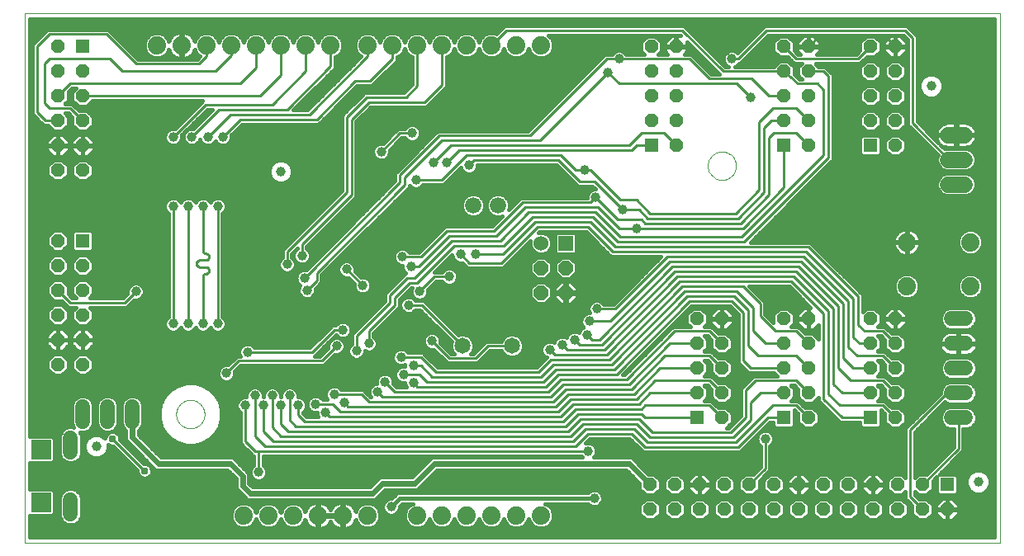
<source format=gbl>
G75*
%MOIN*%
%OFA0B0*%
%FSLAX24Y24*%
%IPPOS*%
%LPD*%
%AMOC8*
5,1,8,0,0,1.08239X$1,22.5*
%
%ADD10C,0.0000*%
%ADD11C,0.0740*%
%ADD12R,0.0560X0.0560*%
%ADD13OC8,0.0560*%
%ADD14C,0.0660*%
%ADD15C,0.0650*%
%ADD16C,0.0650*%
%ADD17C,0.0600*%
%ADD18OC8,0.0600*%
%ADD19R,0.0600X0.0600*%
%ADD20C,0.0594*%
%ADD21C,0.0600*%
%ADD22C,0.0394*%
%ADD23R,0.0787X0.0787*%
%ADD24C,0.0396*%
%ADD25C,0.0160*%
%ADD26C,0.0100*%
%ADD27C,0.0310*%
%ADD28C,0.0240*%
D10*
X009750Y000930D02*
X009750Y022326D01*
X049120Y022326D01*
X049120Y000930D01*
X009750Y000930D01*
X015879Y006125D02*
X015881Y006172D01*
X015887Y006219D01*
X015896Y006265D01*
X015910Y006310D01*
X015927Y006354D01*
X015948Y006397D01*
X015972Y006437D01*
X015999Y006476D01*
X016030Y006512D01*
X016063Y006545D01*
X016099Y006576D01*
X016138Y006603D01*
X016178Y006627D01*
X016221Y006648D01*
X016265Y006665D01*
X016310Y006679D01*
X016356Y006688D01*
X016403Y006694D01*
X016450Y006696D01*
X016497Y006694D01*
X016544Y006688D01*
X016590Y006679D01*
X016635Y006665D01*
X016679Y006648D01*
X016722Y006627D01*
X016762Y006603D01*
X016801Y006576D01*
X016837Y006545D01*
X016870Y006512D01*
X016901Y006476D01*
X016928Y006437D01*
X016952Y006397D01*
X016973Y006354D01*
X016990Y006310D01*
X017004Y006265D01*
X017013Y006219D01*
X017019Y006172D01*
X017021Y006125D01*
X017019Y006078D01*
X017013Y006031D01*
X017004Y005985D01*
X016990Y005940D01*
X016973Y005896D01*
X016952Y005853D01*
X016928Y005813D01*
X016901Y005774D01*
X016870Y005738D01*
X016837Y005705D01*
X016801Y005674D01*
X016762Y005647D01*
X016722Y005623D01*
X016679Y005602D01*
X016635Y005585D01*
X016590Y005571D01*
X016544Y005562D01*
X016497Y005556D01*
X016450Y005554D01*
X016403Y005556D01*
X016356Y005562D01*
X016310Y005571D01*
X016265Y005585D01*
X016221Y005602D01*
X016178Y005623D01*
X016138Y005647D01*
X016099Y005674D01*
X016063Y005705D01*
X016030Y005738D01*
X015999Y005774D01*
X015972Y005813D01*
X015948Y005853D01*
X015927Y005896D01*
X015910Y005940D01*
X015896Y005985D01*
X015887Y006031D01*
X015881Y006078D01*
X015879Y006125D01*
X037334Y016165D02*
X037336Y016212D01*
X037342Y016259D01*
X037351Y016305D01*
X037365Y016350D01*
X037382Y016394D01*
X037403Y016437D01*
X037427Y016477D01*
X037454Y016516D01*
X037485Y016552D01*
X037518Y016585D01*
X037554Y016616D01*
X037593Y016643D01*
X037633Y016667D01*
X037676Y016688D01*
X037720Y016705D01*
X037765Y016719D01*
X037811Y016728D01*
X037858Y016734D01*
X037905Y016736D01*
X037952Y016734D01*
X037999Y016728D01*
X038045Y016719D01*
X038090Y016705D01*
X038134Y016688D01*
X038177Y016667D01*
X038217Y016643D01*
X038256Y016616D01*
X038292Y016585D01*
X038325Y016552D01*
X038356Y016516D01*
X038383Y016477D01*
X038407Y016437D01*
X038428Y016394D01*
X038445Y016350D01*
X038459Y016305D01*
X038468Y016259D01*
X038474Y016212D01*
X038476Y016165D01*
X038474Y016118D01*
X038468Y016071D01*
X038459Y016025D01*
X038445Y015980D01*
X038428Y015936D01*
X038407Y015893D01*
X038383Y015853D01*
X038356Y015814D01*
X038325Y015778D01*
X038292Y015745D01*
X038256Y015714D01*
X038217Y015687D01*
X038177Y015663D01*
X038134Y015642D01*
X038090Y015625D01*
X038045Y015611D01*
X037999Y015602D01*
X037952Y015596D01*
X037905Y015594D01*
X037858Y015596D01*
X037811Y015602D01*
X037765Y015611D01*
X037720Y015625D01*
X037676Y015642D01*
X037633Y015663D01*
X037593Y015687D01*
X037554Y015714D01*
X037518Y015745D01*
X037485Y015778D01*
X037454Y015814D01*
X037427Y015853D01*
X037403Y015893D01*
X037382Y015936D01*
X037365Y015980D01*
X037351Y016025D01*
X037342Y016071D01*
X037336Y016118D01*
X037334Y016165D01*
D11*
X045370Y013070D03*
X047930Y013070D03*
X047930Y011290D03*
X045370Y011290D03*
X030600Y002030D03*
X029600Y002030D03*
X028600Y002030D03*
X027600Y002030D03*
X026600Y002030D03*
X025600Y002030D03*
X023600Y002030D03*
X022600Y002030D03*
X021600Y002030D03*
X020600Y002030D03*
X019600Y002030D03*
X018600Y002030D03*
X018100Y021030D03*
X017100Y021030D03*
X016100Y021030D03*
X015100Y021030D03*
X019100Y021030D03*
X020100Y021030D03*
X021100Y021030D03*
X022100Y021030D03*
X023600Y021030D03*
X024600Y021030D03*
X025600Y021030D03*
X026600Y021030D03*
X027600Y021030D03*
X028600Y021030D03*
X029600Y021030D03*
X030600Y021030D03*
D12*
X035050Y016980D03*
X040400Y016980D03*
X043900Y016980D03*
X043900Y005980D03*
X040400Y005980D03*
X036900Y005980D03*
X047000Y003280D03*
X012100Y013130D03*
X012100Y020980D03*
D13*
X011100Y020980D03*
X011100Y019980D03*
X012100Y019980D03*
X012100Y018980D03*
X011100Y018980D03*
X011100Y017980D03*
X012100Y017980D03*
X012100Y016980D03*
X011100Y016980D03*
X011100Y015980D03*
X012100Y015980D03*
X011100Y013130D03*
X011100Y012130D03*
X012100Y012130D03*
X012100Y011130D03*
X011100Y011130D03*
X011100Y010130D03*
X012100Y010130D03*
X012100Y009130D03*
X011100Y009130D03*
X011100Y008130D03*
X012100Y008130D03*
X035000Y003280D03*
X036000Y003280D03*
X037000Y003280D03*
X038000Y003280D03*
X039000Y003280D03*
X040000Y003280D03*
X041000Y003280D03*
X042000Y003280D03*
X043000Y003280D03*
X044000Y003280D03*
X045000Y003280D03*
X046000Y003280D03*
X046000Y002280D03*
X045000Y002280D03*
X044000Y002280D03*
X043000Y002280D03*
X042000Y002280D03*
X041000Y002280D03*
X040000Y002280D03*
X039000Y002280D03*
X038000Y002280D03*
X037000Y002280D03*
X036000Y002280D03*
X035000Y002280D03*
X037900Y005980D03*
X037900Y006980D03*
X036900Y006980D03*
X036900Y007980D03*
X037900Y007980D03*
X037900Y008980D03*
X036900Y008980D03*
X036900Y009980D03*
X037900Y009980D03*
X040400Y009980D03*
X041400Y009980D03*
X041400Y008980D03*
X040400Y008980D03*
X040400Y007980D03*
X041400Y007980D03*
X041400Y006980D03*
X040400Y006980D03*
X041400Y005980D03*
X043900Y006980D03*
X044900Y006980D03*
X044900Y007980D03*
X043900Y007980D03*
X043900Y008980D03*
X044900Y008980D03*
X044900Y009980D03*
X043900Y009980D03*
X044900Y005980D03*
X047000Y002280D03*
X044900Y016980D03*
X044900Y017980D03*
X043900Y017980D03*
X043900Y018980D03*
X044900Y018980D03*
X044900Y019980D03*
X043900Y019980D03*
X043900Y020980D03*
X044900Y020980D03*
X041400Y020980D03*
X040400Y020980D03*
X040400Y019980D03*
X041400Y019980D03*
X041400Y018980D03*
X040400Y018980D03*
X040400Y017980D03*
X041400Y017980D03*
X041400Y016980D03*
X036050Y016980D03*
X036050Y017980D03*
X035050Y017980D03*
X035050Y018980D03*
X036050Y018980D03*
X036050Y019980D03*
X035050Y019980D03*
X035050Y020980D03*
X036050Y020980D03*
D14*
X028860Y014560D03*
X027860Y014560D03*
D15*
X027430Y008890D03*
X029430Y008890D03*
D16*
X047045Y015410D02*
X047695Y015410D01*
X047695Y016410D02*
X047045Y016410D01*
X047045Y017410D02*
X047695Y017410D01*
D17*
X040900Y013480D03*
X030600Y013030D03*
X019050Y017380D03*
X032650Y021030D03*
X013550Y003130D03*
D18*
X030600Y011030D03*
X031600Y011030D03*
X031600Y012030D03*
X030600Y012030D03*
D19*
X031600Y013030D03*
D20*
X047153Y009980D02*
X047747Y009980D01*
X047747Y008980D02*
X047153Y008980D01*
X047153Y007980D02*
X047747Y007980D01*
X047747Y006980D02*
X047153Y006980D01*
X047153Y005980D02*
X047747Y005980D01*
X011612Y005178D02*
X011612Y004585D01*
X011612Y002675D02*
X011612Y002082D01*
D21*
X012100Y005830D02*
X012100Y006430D01*
X013100Y006430D02*
X013100Y005830D01*
X014100Y005830D02*
X014100Y006430D01*
D22*
X012650Y004830D03*
X020100Y015930D03*
X046350Y019380D03*
X048250Y003380D03*
D23*
X010419Y002557D03*
X010419Y004703D03*
D24*
X017600Y001930D03*
X019200Y003780D03*
X021900Y006180D03*
X021500Y006530D03*
X020800Y006480D03*
X020450Y006880D03*
X020100Y006480D03*
X019750Y006880D03*
X019400Y006480D03*
X019050Y006880D03*
X018650Y006480D03*
X017900Y007780D03*
X018750Y008630D03*
X017550Y009780D03*
X016950Y009780D03*
X016350Y009780D03*
X015750Y009780D03*
X014250Y011080D03*
X015300Y011630D03*
X020350Y012180D03*
X020950Y012530D03*
X021050Y011630D03*
X021150Y011130D03*
X022750Y011980D03*
X023400Y011330D03*
X023100Y010780D03*
X025250Y010530D03*
X025700Y011080D03*
X026900Y011680D03*
X028200Y011130D03*
X027950Y012580D03*
X027350Y012580D03*
X025350Y012080D03*
X025000Y012480D03*
X023950Y013630D03*
X025600Y014630D03*
X025550Y015580D03*
X026250Y016280D03*
X026800Y016280D03*
X027700Y016180D03*
X025400Y017480D03*
X024150Y016730D03*
X023500Y017580D03*
X019100Y015630D03*
X017550Y014530D03*
X016950Y014530D03*
X016350Y014530D03*
X015750Y014530D03*
X015750Y017330D03*
X016500Y017330D03*
X017150Y017330D03*
X017750Y017330D03*
X031650Y015280D03*
X032800Y014880D03*
X033900Y014380D03*
X034450Y013630D03*
X032350Y015980D03*
X039050Y018930D03*
X038300Y020480D03*
X033750Y020480D03*
X033300Y019930D03*
X032850Y010380D03*
X032550Y009880D03*
X032450Y009330D03*
X031950Y009130D03*
X031450Y008930D03*
X030950Y008730D03*
X028750Y008380D03*
X026200Y009080D03*
X024950Y008430D03*
X025450Y008080D03*
X025050Y007730D03*
X025450Y007380D03*
X024300Y007430D03*
X024000Y007030D03*
X022650Y006580D03*
X022250Y006930D03*
X023150Y008680D03*
X023650Y008980D03*
X022600Y009530D03*
X022350Y008880D03*
X020900Y009930D03*
X032500Y004630D03*
X032750Y002730D03*
X039650Y005130D03*
X024900Y004230D03*
X024550Y002380D03*
D25*
X024900Y002730D01*
X032750Y002730D01*
X032492Y002950D02*
X024809Y002950D01*
X024577Y002718D01*
X024483Y002718D01*
X024358Y002667D01*
X024263Y002572D01*
X024212Y002447D01*
X024212Y002313D01*
X024263Y002188D01*
X024358Y002093D01*
X024483Y002042D01*
X024617Y002042D01*
X024742Y002093D01*
X024837Y002188D01*
X024888Y002313D01*
X024888Y002407D01*
X024991Y002510D01*
X025426Y002510D01*
X025311Y002462D01*
X025168Y002319D01*
X025090Y002131D01*
X025090Y001929D01*
X025168Y001741D01*
X025311Y001598D01*
X025499Y001520D01*
X025701Y001520D01*
X025889Y001598D01*
X026032Y001741D01*
X026100Y001904D01*
X026168Y001741D01*
X026311Y001598D01*
X026499Y001520D01*
X026701Y001520D01*
X026889Y001598D01*
X027032Y001741D01*
X027100Y001904D01*
X027168Y001741D01*
X027311Y001598D01*
X027499Y001520D01*
X027701Y001520D01*
X027889Y001598D01*
X028032Y001741D01*
X028100Y001904D01*
X028168Y001741D01*
X028311Y001598D01*
X028499Y001520D01*
X028701Y001520D01*
X028889Y001598D01*
X029032Y001741D01*
X029100Y001904D01*
X029168Y001741D01*
X029311Y001598D01*
X029499Y001520D01*
X029701Y001520D01*
X029889Y001598D01*
X030032Y001741D01*
X030100Y001904D01*
X030168Y001741D01*
X030311Y001598D01*
X030499Y001520D01*
X030701Y001520D01*
X030889Y001598D01*
X031032Y001741D01*
X031110Y001929D01*
X031110Y002131D01*
X031032Y002319D01*
X030889Y002462D01*
X030774Y002510D01*
X032492Y002510D01*
X032558Y002443D01*
X032683Y002392D01*
X032817Y002392D01*
X032942Y002443D01*
X033037Y002538D01*
X033088Y002663D01*
X033088Y002797D01*
X033037Y002922D01*
X032942Y003017D01*
X032817Y003068D01*
X032683Y003068D01*
X032558Y003017D01*
X032492Y002950D01*
X032532Y002991D02*
X024228Y002991D01*
X024308Y003070D02*
X023947Y002710D01*
X023852Y002670D01*
X018798Y002670D01*
X018703Y002710D01*
X018630Y002783D01*
X018330Y003083D01*
X018290Y003178D01*
X018290Y003522D01*
X017942Y003870D01*
X015098Y003870D01*
X015003Y003910D01*
X013953Y004960D01*
X013880Y005033D01*
X013840Y005128D01*
X013840Y005468D01*
X013727Y005581D01*
X013660Y005742D01*
X013660Y006518D01*
X013727Y006679D01*
X013851Y006803D01*
X014012Y006870D01*
X014188Y006870D01*
X014349Y006803D01*
X014473Y006679D01*
X014540Y006518D01*
X014540Y005742D01*
X014473Y005581D01*
X014360Y005468D01*
X014360Y005288D01*
X015258Y004390D01*
X017998Y004390D01*
X018102Y004390D01*
X018197Y004350D01*
X018697Y003850D01*
X018770Y003777D01*
X018810Y003682D01*
X018810Y003338D01*
X018958Y003190D01*
X023692Y003190D01*
X023980Y003477D01*
X024053Y003550D01*
X024148Y003590D01*
X025392Y003590D01*
X026153Y004350D01*
X026248Y004390D01*
X032262Y004390D01*
X032213Y004438D01*
X032213Y004440D01*
X019390Y004440D01*
X019390Y004067D01*
X019392Y004067D01*
X019487Y003972D01*
X019538Y003847D01*
X019538Y003713D01*
X019487Y003588D01*
X019392Y003493D01*
X019267Y003442D01*
X019133Y003442D01*
X019008Y003493D01*
X018913Y003588D01*
X018862Y003713D01*
X018862Y003847D01*
X018913Y003972D01*
X019008Y004067D01*
X019010Y004067D01*
X019010Y004440D01*
X018971Y004440D01*
X018860Y004551D01*
X018571Y004840D01*
X018460Y004951D01*
X018460Y006193D01*
X018458Y006193D01*
X018363Y006288D01*
X018312Y006413D01*
X018312Y006547D01*
X018363Y006672D01*
X018458Y006767D01*
X018583Y006818D01*
X018712Y006818D01*
X018712Y006947D01*
X018763Y007072D01*
X018858Y007167D01*
X018983Y007218D01*
X019117Y007218D01*
X019242Y007167D01*
X019337Y007072D01*
X019388Y006947D01*
X019388Y006818D01*
X019412Y006818D01*
X019412Y006947D01*
X019463Y007072D01*
X019558Y007167D01*
X019683Y007218D01*
X019817Y007218D01*
X019942Y007167D01*
X020037Y007072D01*
X020088Y006947D01*
X020088Y006818D01*
X020112Y006818D01*
X020112Y006947D01*
X020163Y007072D01*
X020258Y007167D01*
X020383Y007218D01*
X020517Y007218D01*
X020642Y007167D01*
X020737Y007072D01*
X020788Y006947D01*
X020788Y006818D01*
X020867Y006818D01*
X020992Y006767D01*
X021087Y006672D01*
X021138Y006547D01*
X021138Y006413D01*
X021087Y006288D01*
X020992Y006193D01*
X020990Y006193D01*
X020990Y006159D01*
X021129Y006020D01*
X021600Y006020D01*
X021562Y006113D01*
X021562Y006192D01*
X021433Y006192D01*
X021308Y006243D01*
X021213Y006338D01*
X021162Y006463D01*
X021162Y006597D01*
X021213Y006722D01*
X021308Y006817D01*
X021433Y006868D01*
X021567Y006868D01*
X021692Y006817D01*
X021787Y006722D01*
X021787Y006720D01*
X021982Y006720D01*
X021963Y006738D01*
X021912Y006863D01*
X021912Y006997D01*
X021963Y007122D01*
X022058Y007217D01*
X022183Y007268D01*
X022317Y007268D01*
X022442Y007217D01*
X022537Y007122D01*
X022537Y007120D01*
X023429Y007120D01*
X023540Y007009D01*
X023729Y006820D01*
X023732Y006820D01*
X023713Y006838D01*
X023662Y006963D01*
X023662Y007097D01*
X023713Y007222D01*
X023808Y007317D01*
X023933Y007368D01*
X023962Y007368D01*
X023962Y007497D01*
X024013Y007622D01*
X024108Y007717D01*
X024233Y007768D01*
X024367Y007768D01*
X024492Y007717D01*
X024587Y007622D01*
X024638Y007497D01*
X024638Y007363D01*
X024637Y007361D01*
X024779Y007220D01*
X025150Y007220D01*
X025112Y007313D01*
X025112Y007392D01*
X024983Y007392D01*
X024858Y007443D01*
X024763Y007538D01*
X024712Y007663D01*
X024712Y007797D01*
X024763Y007922D01*
X024858Y008017D01*
X024983Y008068D01*
X025112Y008068D01*
X025112Y008131D01*
X025017Y008092D01*
X024883Y008092D01*
X024758Y008143D01*
X024663Y008238D01*
X024612Y008363D01*
X024612Y008497D01*
X024663Y008622D01*
X024758Y008717D01*
X024883Y008768D01*
X025017Y008768D01*
X025142Y008717D01*
X025237Y008622D01*
X025237Y008620D01*
X025829Y008620D01*
X025940Y008509D01*
X026429Y008020D01*
X030421Y008020D01*
X030819Y008418D01*
X030758Y008443D01*
X030663Y008538D01*
X030612Y008663D01*
X030612Y008797D01*
X030663Y008922D01*
X030758Y009017D01*
X030883Y009068D01*
X031017Y009068D01*
X031123Y009024D01*
X031163Y009122D01*
X031258Y009217D01*
X031383Y009268D01*
X031517Y009268D01*
X031623Y009224D01*
X031663Y009322D01*
X031758Y009417D01*
X031883Y009468D01*
X032017Y009468D01*
X032123Y009424D01*
X032163Y009522D01*
X032258Y009617D01*
X032313Y009639D01*
X032263Y009688D01*
X032212Y009813D01*
X032212Y009947D01*
X032263Y010072D01*
X032358Y010167D01*
X032483Y010218D01*
X032551Y010218D01*
X032512Y010313D01*
X032512Y010447D01*
X032563Y010572D01*
X032658Y010667D01*
X032783Y010718D01*
X032917Y010718D01*
X033042Y010667D01*
X033137Y010572D01*
X033137Y010570D01*
X033521Y010570D01*
X035441Y012490D01*
X033421Y012490D01*
X033310Y012601D01*
X032421Y013490D01*
X030529Y013490D01*
X030506Y013467D01*
X030512Y013470D01*
X030688Y013470D01*
X030849Y013403D01*
X030973Y013279D01*
X031040Y013118D01*
X031040Y012942D01*
X030973Y012781D01*
X030849Y012657D01*
X030688Y012590D01*
X030512Y012590D01*
X030351Y012657D01*
X030227Y012781D01*
X030160Y012942D01*
X030160Y013118D01*
X030163Y013124D01*
X029190Y012151D01*
X029079Y012040D01*
X027621Y012040D01*
X027510Y012151D01*
X027510Y012151D01*
X027419Y012243D01*
X027417Y012242D01*
X027283Y012242D01*
X027158Y012293D01*
X027063Y012388D01*
X027012Y012513D01*
X027012Y012573D01*
X026309Y011870D01*
X026613Y011870D01*
X026613Y011872D01*
X026708Y011967D01*
X026833Y012018D01*
X026967Y012018D01*
X027092Y011967D01*
X027187Y011872D01*
X027238Y011747D01*
X027238Y011613D01*
X027187Y011488D01*
X027092Y011393D01*
X026967Y011342D01*
X026833Y011342D01*
X026708Y011393D01*
X026613Y011488D01*
X026613Y011490D01*
X026379Y011490D01*
X026037Y011149D01*
X026038Y011147D01*
X026038Y011013D01*
X025987Y010888D01*
X025892Y010793D01*
X025767Y010742D01*
X025633Y010742D01*
X025508Y010793D01*
X025413Y010888D01*
X025362Y011013D01*
X025362Y011147D01*
X025400Y011240D01*
X025379Y011240D01*
X024890Y010751D01*
X024890Y010451D01*
X024779Y010340D01*
X023840Y009401D01*
X023840Y009267D01*
X023842Y009267D01*
X023937Y009172D01*
X023988Y009047D01*
X023988Y008913D01*
X023937Y008788D01*
X023842Y008693D01*
X023717Y008642D01*
X023583Y008642D01*
X023488Y008681D01*
X023488Y008613D01*
X023437Y008488D01*
X023342Y008393D01*
X023217Y008342D01*
X023083Y008342D01*
X022958Y008393D01*
X022863Y008488D01*
X022812Y008613D01*
X022812Y008747D01*
X022863Y008872D01*
X022958Y008967D01*
X022960Y008967D01*
X022960Y009359D01*
X023071Y009470D01*
X024310Y010709D01*
X024310Y011009D01*
X024421Y011120D01*
X025121Y011820D01*
X025132Y011820D01*
X025063Y011888D01*
X025012Y012013D01*
X025012Y012142D01*
X024933Y012142D01*
X024808Y012193D01*
X024713Y012288D01*
X024662Y012413D01*
X024662Y012547D01*
X024713Y012672D01*
X024808Y012767D01*
X024933Y012818D01*
X025067Y012818D01*
X025192Y012767D01*
X025287Y012672D01*
X025287Y012670D01*
X025671Y012670D01*
X026610Y013609D01*
X026721Y013720D01*
X028621Y013720D01*
X029018Y014117D01*
X028953Y014090D01*
X028767Y014090D01*
X028594Y014162D01*
X028462Y014294D01*
X028390Y014467D01*
X028390Y014653D01*
X028462Y014826D01*
X028594Y014958D01*
X028767Y015030D01*
X028953Y015030D01*
X029126Y014958D01*
X029258Y014826D01*
X029330Y014653D01*
X029330Y014467D01*
X029303Y014402D01*
X029771Y014870D01*
X032462Y014870D01*
X032462Y014947D01*
X032513Y015072D01*
X032608Y015167D01*
X032733Y015218D01*
X032793Y015218D01*
X032671Y015340D01*
X032071Y015340D01*
X031960Y015451D01*
X031221Y016190D01*
X028038Y016190D01*
X028038Y016113D01*
X027987Y015988D01*
X027892Y015893D01*
X027767Y015842D01*
X027633Y015842D01*
X027508Y015893D01*
X027413Y015988D01*
X027373Y016085D01*
X026679Y015390D01*
X025837Y015390D01*
X025837Y015388D01*
X025742Y015293D01*
X025617Y015242D01*
X025483Y015242D01*
X025358Y015293D01*
X025290Y015362D01*
X025290Y015301D01*
X021740Y011751D01*
X021740Y011451D01*
X021629Y011340D01*
X021487Y011199D01*
X021488Y011197D01*
X021488Y011063D01*
X021437Y010938D01*
X021342Y010843D01*
X021217Y010792D01*
X021083Y010792D01*
X020958Y010843D01*
X020863Y010938D01*
X020812Y011063D01*
X020812Y011197D01*
X020863Y011322D01*
X020877Y011336D01*
X020858Y011343D01*
X020763Y011438D01*
X020712Y011563D01*
X020712Y011697D01*
X020763Y011822D01*
X020858Y011917D01*
X020983Y011968D01*
X021117Y011968D01*
X021119Y011967D01*
X024710Y015559D01*
X024710Y015859D01*
X024821Y015970D01*
X024821Y015970D01*
X026310Y017459D01*
X026421Y017570D01*
X030071Y017570D01*
X033060Y020559D01*
X033060Y020559D01*
X033171Y020670D01*
X033463Y020670D01*
X033463Y020672D01*
X033558Y020767D01*
X033683Y020818D01*
X033817Y020818D01*
X033942Y020767D01*
X034037Y020672D01*
X034037Y020670D01*
X034766Y020670D01*
X034630Y020806D01*
X034630Y021154D01*
X034876Y021400D01*
X035224Y021400D01*
X035470Y021154D01*
X035470Y020806D01*
X035334Y020670D01*
X035709Y020670D01*
X035590Y020789D01*
X035590Y020970D01*
X036040Y020970D01*
X036040Y020990D01*
X036040Y021440D01*
X035859Y021440D01*
X035590Y021171D01*
X035590Y020990D01*
X036040Y020990D01*
X036060Y020990D01*
X036060Y021440D01*
X036221Y021440D01*
X036221Y021440D01*
X030911Y021440D01*
X031032Y021319D01*
X031110Y021131D01*
X031110Y020929D01*
X031032Y020741D01*
X030889Y020598D01*
X030701Y020520D01*
X030499Y020520D01*
X030311Y020598D01*
X030168Y020741D01*
X030100Y020904D01*
X030032Y020741D01*
X029889Y020598D01*
X029701Y020520D01*
X029499Y020520D01*
X029311Y020598D01*
X029168Y020741D01*
X029100Y020904D01*
X029032Y020741D01*
X028889Y020598D01*
X028701Y020520D01*
X028499Y020520D01*
X028311Y020598D01*
X028168Y020741D01*
X028100Y020904D01*
X028032Y020741D01*
X027889Y020598D01*
X027701Y020520D01*
X027499Y020520D01*
X027311Y020598D01*
X027168Y020741D01*
X027100Y020904D01*
X027032Y020741D01*
X026889Y020598D01*
X026790Y020557D01*
X026790Y019351D01*
X025979Y018540D01*
X023729Y018540D01*
X023140Y017951D01*
X023140Y014901D01*
X021140Y012901D01*
X021140Y012817D01*
X021142Y012817D01*
X021237Y012722D01*
X021288Y012597D01*
X021288Y012463D01*
X021237Y012338D01*
X021142Y012243D01*
X021017Y012192D01*
X020883Y012192D01*
X020758Y012243D01*
X020663Y012338D01*
X020612Y012463D01*
X020612Y012597D01*
X020663Y012722D01*
X020758Y012817D01*
X020760Y012817D01*
X020760Y012821D01*
X020540Y012601D01*
X020540Y012467D01*
X020542Y012467D01*
X020637Y012372D01*
X020688Y012247D01*
X020688Y012113D01*
X020637Y011988D01*
X020542Y011893D01*
X020417Y011842D01*
X020283Y011842D01*
X020158Y011893D01*
X020063Y011988D01*
X020012Y012113D01*
X020012Y012247D01*
X020063Y012372D01*
X020158Y012467D01*
X020160Y012467D01*
X020160Y012759D01*
X022560Y015159D01*
X022560Y018209D01*
X022671Y018320D01*
X023360Y019009D01*
X023471Y019120D01*
X025071Y019120D01*
X025410Y019459D01*
X025410Y020557D01*
X025311Y020598D01*
X025168Y020741D01*
X025100Y020904D01*
X025032Y020741D01*
X024889Y020598D01*
X024790Y020557D01*
X024790Y020401D01*
X023779Y019390D01*
X023179Y019390D01*
X021629Y017840D01*
X018529Y017840D01*
X018087Y017399D01*
X018088Y017397D01*
X018088Y017263D01*
X018037Y017138D01*
X017942Y017043D01*
X017817Y016992D01*
X017683Y016992D01*
X017558Y017043D01*
X017463Y017138D01*
X017450Y017171D01*
X017437Y017138D01*
X017342Y017043D01*
X017217Y016992D01*
X017083Y016992D01*
X016958Y017043D01*
X016863Y017138D01*
X016825Y017231D01*
X016787Y017138D01*
X016692Y017043D01*
X016567Y016992D01*
X016433Y016992D01*
X016308Y017043D01*
X016213Y017138D01*
X016162Y017263D01*
X016162Y017397D01*
X016213Y017522D01*
X016308Y017617D01*
X016433Y017668D01*
X016567Y017668D01*
X016569Y017667D01*
X017341Y018440D01*
X017129Y018440D01*
X016087Y017399D01*
X016088Y017397D01*
X016088Y017263D01*
X016037Y017138D01*
X015942Y017043D01*
X015817Y016992D01*
X015683Y016992D01*
X015558Y017043D01*
X015463Y017138D01*
X015412Y017263D01*
X015412Y017397D01*
X015463Y017522D01*
X015558Y017617D01*
X015683Y017668D01*
X015817Y017668D01*
X015819Y017667D01*
X016860Y018709D01*
X016941Y018790D01*
X012504Y018790D01*
X012274Y018560D01*
X011926Y018560D01*
X011680Y018806D01*
X011680Y019154D01*
X011816Y019290D01*
X011679Y019290D01*
X011520Y019131D01*
X011520Y018806D01*
X011384Y018670D01*
X011679Y018670D01*
X011949Y018400D01*
X012274Y018400D01*
X012520Y018154D01*
X012520Y017806D01*
X012274Y017560D01*
X011926Y017560D01*
X011680Y017806D01*
X011680Y018131D01*
X011521Y018290D01*
X011384Y018290D01*
X011520Y018154D01*
X011520Y017806D01*
X011274Y017560D01*
X010926Y017560D01*
X010696Y017790D01*
X010521Y017790D01*
X010410Y017901D01*
X010060Y018251D01*
X010060Y021059D01*
X010171Y021170D01*
X010560Y021559D01*
X010671Y021670D01*
X013129Y021670D01*
X014329Y020470D01*
X016721Y020470D01*
X016838Y020587D01*
X016811Y020598D01*
X016668Y020741D01*
X016621Y020854D01*
X016610Y020819D01*
X016570Y020742D01*
X016520Y020672D01*
X016458Y020610D01*
X016388Y020560D01*
X016311Y020520D01*
X016229Y020494D01*
X016143Y020480D01*
X016120Y020480D01*
X016120Y021010D01*
X016080Y021010D01*
X016080Y020480D01*
X016057Y020480D01*
X015971Y020494D01*
X015889Y020520D01*
X015812Y020560D01*
X015742Y020610D01*
X015680Y020672D01*
X015630Y020742D01*
X015590Y020819D01*
X015579Y020854D01*
X015532Y020741D01*
X015389Y020598D01*
X015201Y020520D01*
X014999Y020520D01*
X014811Y020598D01*
X014668Y020741D01*
X014590Y020929D01*
X014590Y021131D01*
X014668Y021319D01*
X014811Y021462D01*
X014999Y021540D01*
X015201Y021540D01*
X015389Y021462D01*
X015532Y021319D01*
X015579Y021206D01*
X015590Y021241D01*
X015630Y021318D01*
X015680Y021388D01*
X015742Y021450D01*
X015812Y021500D01*
X015889Y021540D01*
X015971Y021566D01*
X016057Y021580D01*
X016080Y021580D01*
X016080Y021050D01*
X016120Y021050D01*
X016120Y021580D01*
X016143Y021580D01*
X016229Y021566D01*
X016311Y021540D01*
X016388Y021500D01*
X016458Y021450D01*
X016520Y021388D01*
X016570Y021318D01*
X016610Y021241D01*
X016621Y021206D01*
X016668Y021319D01*
X016811Y021462D01*
X016999Y021540D01*
X017201Y021540D01*
X017389Y021462D01*
X017532Y021319D01*
X017600Y021156D01*
X017668Y021319D01*
X017811Y021462D01*
X017999Y021540D01*
X018201Y021540D01*
X018389Y021462D01*
X018532Y021319D01*
X018600Y021156D01*
X018668Y021319D01*
X018811Y021462D01*
X018999Y021540D01*
X019201Y021540D01*
X019389Y021462D01*
X019532Y021319D01*
X019600Y021156D01*
X019668Y021319D01*
X019811Y021462D01*
X019999Y021540D01*
X020201Y021540D01*
X020389Y021462D01*
X020532Y021319D01*
X020600Y021156D01*
X020668Y021319D01*
X020811Y021462D01*
X020999Y021540D01*
X021201Y021540D01*
X021389Y021462D01*
X021532Y021319D01*
X021600Y021156D01*
X021668Y021319D01*
X021811Y021462D01*
X021999Y021540D01*
X022201Y021540D01*
X022389Y021462D01*
X022532Y021319D01*
X022610Y021131D01*
X022610Y020929D01*
X022532Y020741D01*
X022389Y020598D01*
X022290Y020557D01*
X022290Y020101D01*
X020609Y018420D01*
X021171Y018420D01*
X023338Y020587D01*
X023311Y020598D01*
X023168Y020741D01*
X023090Y020929D01*
X023090Y021131D01*
X023168Y021319D01*
X023311Y021462D01*
X023499Y021540D01*
X023701Y021540D01*
X023889Y021462D01*
X024032Y021319D01*
X024100Y021156D01*
X024168Y021319D01*
X024311Y021462D01*
X024499Y021540D01*
X024701Y021540D01*
X024889Y021462D01*
X025032Y021319D01*
X025100Y021156D01*
X025168Y021319D01*
X025311Y021462D01*
X025499Y021540D01*
X025701Y021540D01*
X025889Y021462D01*
X026032Y021319D01*
X026100Y021156D01*
X026168Y021319D01*
X026311Y021462D01*
X026499Y021540D01*
X026701Y021540D01*
X026889Y021462D01*
X027032Y021319D01*
X027100Y021156D01*
X027168Y021319D01*
X027311Y021462D01*
X027499Y021540D01*
X027701Y021540D01*
X027889Y021462D01*
X028032Y021319D01*
X028100Y021156D01*
X028168Y021319D01*
X028311Y021462D01*
X028499Y021540D01*
X028701Y021540D01*
X028800Y021499D01*
X029121Y021820D01*
X036379Y021820D01*
X038029Y020170D01*
X038165Y020170D01*
X038108Y020193D01*
X038013Y020288D01*
X037962Y020413D01*
X037962Y020547D01*
X038013Y020672D01*
X038108Y020767D01*
X038233Y020818D01*
X038367Y020818D01*
X038492Y020767D01*
X038530Y020728D01*
X039510Y021709D01*
X039621Y021820D01*
X045379Y021820D01*
X045490Y021709D01*
X045490Y021709D01*
X045679Y021520D01*
X045679Y021520D01*
X045790Y021409D01*
X045790Y017959D01*
X046640Y017108D01*
X046613Y017145D01*
X046577Y017216D01*
X046553Y017292D01*
X046540Y017370D01*
X046540Y017382D01*
X047342Y017382D01*
X047342Y017438D01*
X046540Y017438D01*
X046540Y017450D01*
X046553Y017528D01*
X046577Y017604D01*
X046613Y017675D01*
X046660Y017739D01*
X046716Y017795D01*
X046781Y017842D01*
X046851Y017878D01*
X046927Y017902D01*
X047005Y017915D01*
X047342Y017915D01*
X047342Y017438D01*
X047398Y017438D01*
X047398Y017915D01*
X047735Y017915D01*
X047813Y017902D01*
X047889Y017878D01*
X047959Y017842D01*
X048024Y017795D01*
X048080Y017739D01*
X048127Y017675D01*
X048163Y017604D01*
X048187Y017528D01*
X048200Y017450D01*
X048200Y017438D01*
X047398Y017438D01*
X047398Y017382D01*
X048200Y017382D01*
X048200Y017370D01*
X048187Y017292D01*
X048163Y017216D01*
X048127Y017145D01*
X048080Y017081D01*
X048024Y017025D01*
X047959Y016978D01*
X047889Y016942D01*
X047813Y016918D01*
X047735Y016905D01*
X047398Y016905D01*
X047398Y017382D01*
X047342Y017382D01*
X047342Y016905D01*
X047005Y016905D01*
X046927Y016918D01*
X046851Y016942D01*
X046781Y016978D01*
X046743Y017005D01*
X046897Y016852D01*
X046953Y016875D01*
X047787Y016875D01*
X047958Y016804D01*
X048089Y016673D01*
X048160Y016502D01*
X048160Y016318D01*
X048089Y016147D01*
X047958Y016016D01*
X047787Y015945D01*
X046953Y015945D01*
X046782Y016016D01*
X046651Y016147D01*
X046580Y016318D01*
X046580Y016502D01*
X046618Y016593D01*
X045521Y017690D01*
X045410Y017801D01*
X045410Y021251D01*
X045221Y021440D01*
X039779Y021440D01*
X038629Y020290D01*
X038587Y020290D01*
X038587Y020288D01*
X038492Y020193D01*
X038435Y020170D01*
X039996Y020170D01*
X040226Y020400D01*
X040574Y020400D01*
X040820Y020154D01*
X040820Y019855D01*
X041023Y019670D01*
X041116Y019670D01*
X040980Y019806D01*
X040980Y020154D01*
X041116Y020290D01*
X040821Y020290D01*
X040710Y020401D01*
X040551Y020560D01*
X040226Y020560D01*
X039980Y020806D01*
X039980Y021154D01*
X040226Y021400D01*
X040574Y021400D01*
X040820Y021154D01*
X040820Y020829D01*
X040979Y020670D01*
X041059Y020670D01*
X040940Y020789D01*
X040940Y020970D01*
X041390Y020970D01*
X041390Y020990D01*
X041390Y021440D01*
X041209Y021440D01*
X040940Y021171D01*
X040940Y020990D01*
X041390Y020990D01*
X041410Y020990D01*
X041410Y021440D01*
X041591Y021440D01*
X041860Y021171D01*
X041860Y020990D01*
X041410Y020990D01*
X041410Y020970D01*
X041860Y020970D01*
X041860Y020789D01*
X041741Y020670D01*
X043321Y020670D01*
X043480Y020829D01*
X043480Y021154D01*
X043726Y021400D01*
X044074Y021400D01*
X044320Y021154D01*
X044320Y020806D01*
X044074Y020560D01*
X043749Y020560D01*
X043479Y020290D01*
X041684Y020290D01*
X041804Y020170D01*
X042079Y020170D01*
X042279Y019970D01*
X042279Y019970D01*
X042390Y019859D01*
X042390Y016401D01*
X042279Y016290D01*
X039059Y013070D01*
X041479Y013070D01*
X043590Y010959D01*
X043590Y010264D01*
X043726Y010400D01*
X044074Y010400D01*
X044320Y010154D01*
X044320Y009806D01*
X044440Y009806D01*
X044440Y009789D02*
X044709Y009520D01*
X044890Y009520D01*
X044890Y009970D01*
X044440Y009970D01*
X044440Y009789D01*
X044320Y009806D02*
X044184Y009670D01*
X044479Y009670D01*
X044749Y009400D01*
X045074Y009400D01*
X045320Y009154D01*
X045320Y008806D01*
X045074Y008560D01*
X044726Y008560D01*
X044480Y008806D01*
X044480Y009131D01*
X044321Y009290D01*
X044184Y009290D01*
X044320Y009154D01*
X044320Y008806D01*
X044184Y008670D01*
X044479Y008670D01*
X044590Y008559D01*
X044749Y008400D01*
X045074Y008400D01*
X045320Y008154D01*
X045320Y007806D01*
X045074Y007560D01*
X044726Y007560D01*
X044480Y007806D01*
X044480Y008131D01*
X044321Y008290D01*
X044184Y008290D01*
X044320Y008154D01*
X044320Y007806D01*
X044184Y007670D01*
X044479Y007670D01*
X044590Y007559D01*
X044749Y007400D01*
X045074Y007400D01*
X045320Y007154D01*
X045320Y006806D01*
X045074Y006560D01*
X044726Y006560D01*
X044480Y006806D01*
X044480Y007131D01*
X044321Y007290D01*
X044184Y007290D01*
X044320Y007154D01*
X044320Y006806D01*
X044184Y006670D01*
X044479Y006670D01*
X044749Y006400D01*
X045074Y006400D01*
X045320Y006154D01*
X045320Y005806D01*
X045074Y005560D01*
X044726Y005560D01*
X044480Y005806D01*
X044480Y006131D01*
X044321Y006290D01*
X044320Y006290D01*
X044320Y005642D01*
X044238Y005560D01*
X043562Y005560D01*
X043480Y005642D01*
X043480Y005790D01*
X042671Y005790D01*
X042560Y005901D01*
X042560Y005901D01*
X041810Y006651D01*
X041810Y006796D01*
X041574Y006560D01*
X041226Y006560D01*
X040980Y006806D01*
X040980Y007131D01*
X040821Y007290D01*
X040684Y007290D01*
X040820Y007154D01*
X040820Y006806D01*
X040684Y006670D01*
X040979Y006670D01*
X041090Y006559D01*
X041249Y006400D01*
X041574Y006400D01*
X041820Y006154D01*
X041820Y005806D01*
X041574Y005560D01*
X041226Y005560D01*
X040980Y005806D01*
X040980Y006131D01*
X040821Y006290D01*
X040820Y006290D01*
X040820Y005642D01*
X040738Y005560D01*
X040062Y005560D01*
X039980Y005642D01*
X039980Y005790D01*
X039829Y005790D01*
X038629Y004590D01*
X034721Y004590D01*
X034171Y005140D01*
X032579Y005140D01*
X032388Y004950D01*
X032433Y004968D01*
X032567Y004968D01*
X032692Y004917D01*
X032787Y004822D01*
X032838Y004697D01*
X032838Y004563D01*
X032787Y004438D01*
X032738Y004390D01*
X034202Y004390D01*
X034297Y004350D01*
X034948Y003700D01*
X035174Y003700D01*
X035420Y003454D01*
X035420Y003106D01*
X035174Y002860D01*
X034826Y002860D01*
X034580Y003106D01*
X034580Y003332D01*
X034042Y003870D01*
X026408Y003870D01*
X025647Y003110D01*
X025552Y003070D01*
X024308Y003070D01*
X024070Y002832D02*
X024691Y002832D01*
X024375Y002674D02*
X023860Y002674D01*
X023762Y002515D02*
X024240Y002515D01*
X024212Y002357D02*
X023995Y002357D01*
X024032Y002319D02*
X023889Y002462D01*
X023701Y002540D01*
X023499Y002540D01*
X023311Y002462D01*
X023168Y002319D01*
X023121Y002206D01*
X023110Y002241D01*
X023070Y002318D01*
X023020Y002388D01*
X022958Y002450D01*
X022888Y002500D01*
X022811Y002540D01*
X022729Y002566D01*
X022643Y002580D01*
X022620Y002580D01*
X022620Y002050D01*
X022580Y002050D01*
X022580Y002580D01*
X022557Y002580D01*
X022471Y002566D01*
X022389Y002540D01*
X022312Y002500D01*
X022242Y002450D01*
X022180Y002388D01*
X022130Y002318D01*
X022100Y002260D01*
X022070Y002318D01*
X022020Y002388D01*
X021958Y002450D01*
X021888Y002500D01*
X021811Y002540D01*
X021729Y002566D01*
X021643Y002580D01*
X021620Y002580D01*
X021620Y002050D01*
X021580Y002050D01*
X021580Y002580D01*
X021557Y002580D01*
X021471Y002566D01*
X021389Y002540D01*
X021312Y002500D01*
X021242Y002450D01*
X021180Y002388D01*
X021130Y002318D01*
X021090Y002241D01*
X021079Y002206D01*
X021032Y002319D01*
X020889Y002462D01*
X020701Y002540D01*
X020499Y002540D01*
X020311Y002462D01*
X020168Y002319D01*
X020100Y002156D01*
X020032Y002319D01*
X019889Y002462D01*
X019701Y002540D01*
X019499Y002540D01*
X019311Y002462D01*
X019168Y002319D01*
X019100Y002156D01*
X019032Y002319D01*
X018889Y002462D01*
X018701Y002540D01*
X018499Y002540D01*
X018311Y002462D01*
X018168Y002319D01*
X018090Y002131D01*
X018090Y001929D01*
X018168Y001741D01*
X018311Y001598D01*
X018499Y001520D01*
X018701Y001520D01*
X018889Y001598D01*
X019032Y001741D01*
X019100Y001904D01*
X019168Y001741D01*
X019311Y001598D01*
X019499Y001520D01*
X019701Y001520D01*
X019889Y001598D01*
X020032Y001741D01*
X020100Y001904D01*
X020168Y001741D01*
X020311Y001598D01*
X020499Y001520D01*
X020701Y001520D01*
X020889Y001598D01*
X021032Y001741D01*
X021079Y001854D01*
X021090Y001819D01*
X021130Y001742D01*
X021180Y001672D01*
X021242Y001610D01*
X021312Y001560D01*
X021389Y001520D01*
X021471Y001494D01*
X021557Y001480D01*
X021580Y001480D01*
X021580Y002010D01*
X021620Y002010D01*
X021620Y002050D01*
X022580Y002050D01*
X022580Y002010D01*
X022620Y002010D01*
X022620Y001480D01*
X022643Y001480D01*
X022729Y001494D01*
X022811Y001520D01*
X022888Y001560D01*
X022958Y001610D01*
X023020Y001672D01*
X023070Y001742D01*
X023110Y001819D01*
X023121Y001854D01*
X023168Y001741D01*
X023311Y001598D01*
X023499Y001520D01*
X023701Y001520D01*
X023889Y001598D01*
X024032Y001741D01*
X024110Y001929D01*
X024110Y002131D01*
X024032Y002319D01*
X024082Y002198D02*
X024259Y002198D01*
X024110Y002040D02*
X025090Y002040D01*
X025110Y001881D02*
X024090Y001881D01*
X024014Y001723D02*
X025186Y001723D01*
X025392Y001564D02*
X023808Y001564D01*
X023392Y001564D02*
X022894Y001564D01*
X023056Y001723D02*
X023186Y001723D01*
X022620Y001723D02*
X022580Y001723D01*
X022580Y001881D02*
X022620Y001881D01*
X022580Y002010D02*
X022580Y001480D01*
X022557Y001480D01*
X022471Y001494D01*
X022389Y001520D01*
X022312Y001560D01*
X022242Y001610D01*
X022180Y001672D01*
X022130Y001742D01*
X022100Y001800D01*
X022070Y001742D01*
X022020Y001672D01*
X021958Y001610D01*
X021888Y001560D01*
X021811Y001520D01*
X021729Y001494D01*
X021643Y001480D01*
X021620Y001480D01*
X021620Y002010D01*
X022050Y002010D01*
X022580Y002010D01*
X022580Y002040D02*
X021620Y002040D01*
X021620Y002198D02*
X021580Y002198D01*
X021580Y002357D02*
X021620Y002357D01*
X021620Y002515D02*
X021580Y002515D01*
X021340Y002515D02*
X020762Y002515D01*
X020995Y002357D02*
X021157Y002357D01*
X021860Y002515D02*
X022340Y002515D01*
X022580Y002515D02*
X022620Y002515D01*
X022620Y002357D02*
X022580Y002357D01*
X022580Y002198D02*
X022620Y002198D01*
X022860Y002515D02*
X023438Y002515D01*
X023205Y002357D02*
X023043Y002357D01*
X022157Y002357D02*
X022043Y002357D01*
X021620Y001881D02*
X021580Y001881D01*
X021580Y001723D02*
X021620Y001723D01*
X021620Y001564D02*
X021580Y001564D01*
X021306Y001564D02*
X020808Y001564D01*
X021014Y001723D02*
X021144Y001723D01*
X021894Y001564D02*
X022306Y001564D01*
X022144Y001723D02*
X022056Y001723D01*
X022580Y001564D02*
X022620Y001564D01*
X024841Y002198D02*
X025118Y002198D01*
X025205Y002357D02*
X024888Y002357D01*
X025687Y003149D02*
X034580Y003149D01*
X034580Y003308D02*
X025845Y003308D01*
X026004Y003466D02*
X034446Y003466D01*
X034288Y003625D02*
X026162Y003625D01*
X026321Y003783D02*
X034129Y003783D01*
X034548Y004100D02*
X039460Y004100D01*
X039460Y004009D02*
X039151Y003700D01*
X038826Y003700D01*
X038580Y003454D01*
X038580Y003106D01*
X038826Y002860D01*
X039174Y002860D01*
X039420Y003106D01*
X039420Y003431D01*
X039840Y003851D01*
X039840Y004843D01*
X039842Y004843D01*
X039937Y004938D01*
X039988Y005063D01*
X039988Y005197D01*
X039937Y005322D01*
X039842Y005417D01*
X039717Y005468D01*
X039583Y005468D01*
X039458Y005417D01*
X039363Y005322D01*
X039312Y005197D01*
X039312Y005063D01*
X039363Y004938D01*
X039458Y004843D01*
X039460Y004843D01*
X039460Y004009D01*
X039393Y003942D02*
X034706Y003942D01*
X034865Y003783D02*
X039234Y003783D01*
X039455Y003466D02*
X039592Y003466D01*
X039580Y003454D02*
X039580Y003106D01*
X039826Y002860D01*
X040174Y002860D01*
X040420Y003106D01*
X040420Y003454D01*
X040174Y003700D01*
X039826Y003700D01*
X039580Y003454D01*
X039580Y003308D02*
X039420Y003308D01*
X039420Y003149D02*
X039580Y003149D01*
X039696Y002991D02*
X039304Y002991D01*
X039174Y002700D02*
X038826Y002700D01*
X038580Y002454D01*
X038580Y002106D01*
X038826Y001860D01*
X039174Y001860D01*
X039420Y002106D01*
X039420Y002454D01*
X039174Y002700D01*
X039200Y002674D02*
X039800Y002674D01*
X039826Y002700D02*
X039580Y002454D01*
X039580Y002106D01*
X039826Y001860D01*
X040174Y001860D01*
X040420Y002106D01*
X040420Y002454D01*
X040174Y002700D01*
X039826Y002700D01*
X039641Y002515D02*
X039359Y002515D01*
X039420Y002357D02*
X039580Y002357D01*
X039580Y002198D02*
X039420Y002198D01*
X039353Y002040D02*
X039647Y002040D01*
X039805Y001881D02*
X039195Y001881D01*
X038805Y001881D02*
X038195Y001881D01*
X038174Y001860D02*
X038420Y002106D01*
X038420Y002454D01*
X038174Y002700D01*
X037826Y002700D01*
X037580Y002454D01*
X037580Y002106D01*
X037826Y001860D01*
X038174Y001860D01*
X038353Y002040D02*
X038647Y002040D01*
X038580Y002198D02*
X038420Y002198D01*
X038420Y002357D02*
X038580Y002357D01*
X038641Y002515D02*
X038359Y002515D01*
X038200Y002674D02*
X038800Y002674D01*
X038696Y002991D02*
X038304Y002991D01*
X038420Y003106D02*
X038174Y002860D01*
X037826Y002860D01*
X037580Y003106D01*
X037580Y003454D01*
X037826Y003700D01*
X038174Y003700D01*
X038420Y003454D01*
X038420Y003106D01*
X038420Y003149D02*
X038580Y003149D01*
X038580Y003308D02*
X038420Y003308D01*
X038408Y003466D02*
X038592Y003466D01*
X038751Y003625D02*
X038249Y003625D01*
X037751Y003625D02*
X037306Y003625D01*
X037191Y003740D02*
X037460Y003471D01*
X037460Y003290D01*
X037010Y003290D01*
X037010Y003270D01*
X037460Y003270D01*
X037460Y003089D01*
X037191Y002820D01*
X037010Y002820D01*
X037010Y003270D01*
X036990Y003270D01*
X036990Y002820D01*
X036809Y002820D01*
X036540Y003089D01*
X036540Y003270D01*
X036990Y003270D01*
X036990Y003290D01*
X036990Y003740D01*
X036809Y003740D01*
X036540Y003471D01*
X036540Y003290D01*
X036990Y003290D01*
X037010Y003290D01*
X037010Y003740D01*
X037191Y003740D01*
X037010Y003625D02*
X036990Y003625D01*
X036990Y003466D02*
X037010Y003466D01*
X037010Y003308D02*
X036990Y003308D01*
X036990Y003149D02*
X037010Y003149D01*
X037010Y002991D02*
X036990Y002991D01*
X036990Y002832D02*
X037010Y002832D01*
X037203Y002832D02*
X040797Y002832D01*
X040809Y002820D02*
X040990Y002820D01*
X040990Y003270D01*
X041010Y003270D01*
X041010Y003290D01*
X041460Y003290D01*
X041460Y003471D01*
X041191Y003740D01*
X041010Y003740D01*
X041010Y003290D01*
X040990Y003290D01*
X040990Y003740D01*
X040809Y003740D01*
X040540Y003471D01*
X040540Y003290D01*
X040990Y003290D01*
X040990Y003270D01*
X040540Y003270D01*
X040540Y003089D01*
X040809Y002820D01*
X040826Y002700D02*
X040580Y002454D01*
X040580Y002106D01*
X040826Y001860D01*
X041174Y001860D01*
X041420Y002106D01*
X041420Y002454D01*
X041174Y002700D01*
X040826Y002700D01*
X040800Y002674D02*
X040200Y002674D01*
X040359Y002515D02*
X040641Y002515D01*
X040580Y002357D02*
X040420Y002357D01*
X040420Y002198D02*
X040580Y002198D01*
X040647Y002040D02*
X040353Y002040D01*
X040195Y001881D02*
X040805Y001881D01*
X041195Y001881D02*
X041805Y001881D01*
X041826Y001860D02*
X042174Y001860D01*
X042420Y002106D01*
X042420Y002454D01*
X042174Y002700D01*
X041826Y002700D01*
X041580Y002454D01*
X041580Y002106D01*
X041826Y001860D01*
X041647Y002040D02*
X041353Y002040D01*
X041420Y002198D02*
X041580Y002198D01*
X041580Y002357D02*
X041420Y002357D01*
X041359Y002515D02*
X041641Y002515D01*
X041800Y002674D02*
X041200Y002674D01*
X041191Y002820D02*
X041460Y003089D01*
X041460Y003270D01*
X041010Y003270D01*
X041010Y002820D01*
X041191Y002820D01*
X041203Y002832D02*
X043797Y002832D01*
X043809Y002820D02*
X043990Y002820D01*
X043990Y003270D01*
X044010Y003270D01*
X044010Y003290D01*
X044460Y003290D01*
X044460Y003471D01*
X044191Y003740D01*
X044010Y003740D01*
X044010Y003290D01*
X043990Y003290D01*
X043990Y003740D01*
X043809Y003740D01*
X043540Y003471D01*
X043540Y003290D01*
X043990Y003290D01*
X043990Y003270D01*
X043540Y003270D01*
X043540Y003089D01*
X043809Y002820D01*
X043826Y002700D02*
X043580Y002454D01*
X043580Y002106D01*
X043826Y001860D01*
X044174Y001860D01*
X044420Y002106D01*
X044420Y002454D01*
X044174Y002700D01*
X043826Y002700D01*
X043800Y002674D02*
X043200Y002674D01*
X043174Y002700D02*
X042826Y002700D01*
X042580Y002454D01*
X042580Y002106D01*
X042826Y001860D01*
X043174Y001860D01*
X043420Y002106D01*
X043420Y002454D01*
X043174Y002700D01*
X043174Y002860D02*
X042826Y002860D01*
X042580Y003106D01*
X042580Y003454D01*
X042826Y003700D01*
X043174Y003700D01*
X043420Y003454D01*
X043420Y003106D01*
X043174Y002860D01*
X043304Y002991D02*
X043639Y002991D01*
X043540Y003149D02*
X043420Y003149D01*
X043420Y003308D02*
X043540Y003308D01*
X043540Y003466D02*
X043408Y003466D01*
X043249Y003625D02*
X043694Y003625D01*
X043990Y003625D02*
X044010Y003625D01*
X044010Y003466D02*
X043990Y003466D01*
X043990Y003308D02*
X044010Y003308D01*
X044010Y003270D02*
X044460Y003270D01*
X044460Y003089D01*
X044191Y002820D01*
X044010Y002820D01*
X044010Y003270D01*
X044010Y003149D02*
X043990Y003149D01*
X043990Y002991D02*
X044010Y002991D01*
X044010Y002832D02*
X043990Y002832D01*
X044203Y002832D02*
X045310Y002832D01*
X045310Y002701D02*
X045310Y002996D01*
X045174Y002860D01*
X044826Y002860D01*
X044580Y003106D01*
X044580Y003454D01*
X044826Y003700D01*
X045174Y003700D01*
X045310Y003564D01*
X045310Y005559D01*
X046716Y006965D01*
X046716Y007067D01*
X046783Y007227D01*
X046906Y007350D01*
X047066Y007417D01*
X047834Y007417D01*
X047994Y007350D01*
X048117Y007227D01*
X048184Y007067D01*
X048184Y006893D01*
X048117Y006733D01*
X047994Y006610D01*
X047834Y006543D01*
X047066Y006543D01*
X046906Y006610D01*
X046902Y006613D01*
X045690Y005401D01*
X045690Y003564D01*
X045826Y003700D01*
X046151Y003700D01*
X047260Y004809D01*
X047260Y005543D01*
X047066Y005543D01*
X046906Y005610D01*
X046783Y005733D01*
X046716Y005893D01*
X046716Y006067D01*
X046783Y006227D01*
X046906Y006350D01*
X047066Y006417D01*
X047834Y006417D01*
X047994Y006350D01*
X048117Y006227D01*
X048184Y006067D01*
X048184Y005893D01*
X048117Y005733D01*
X047994Y005610D01*
X047834Y005543D01*
X047640Y005543D01*
X047640Y004651D01*
X046689Y003700D01*
X047338Y003700D01*
X047420Y003618D01*
X047420Y002942D01*
X047338Y002860D01*
X046662Y002860D01*
X046580Y002942D01*
X046580Y003591D01*
X046420Y003431D01*
X046420Y003106D01*
X046174Y002860D01*
X045826Y002860D01*
X045690Y002996D01*
X045690Y002859D01*
X045849Y002700D01*
X046174Y002700D01*
X046420Y002454D01*
X046420Y002106D01*
X046174Y001860D01*
X045826Y001860D01*
X045580Y002106D01*
X045580Y002431D01*
X045421Y002590D01*
X045310Y002701D01*
X045338Y002674D02*
X045200Y002674D01*
X045174Y002700D02*
X044826Y002700D01*
X044580Y002454D01*
X044580Y002106D01*
X044826Y001860D01*
X045174Y001860D01*
X045420Y002106D01*
X045420Y002454D01*
X045174Y002700D01*
X045359Y002515D02*
X045496Y002515D01*
X045420Y002357D02*
X045580Y002357D01*
X045580Y002198D02*
X045420Y002198D01*
X045353Y002040D02*
X045647Y002040D01*
X045805Y001881D02*
X045195Y001881D01*
X044805Y001881D02*
X044195Y001881D01*
X044353Y002040D02*
X044647Y002040D01*
X044580Y002198D02*
X044420Y002198D01*
X044420Y002357D02*
X044580Y002357D01*
X044641Y002515D02*
X044359Y002515D01*
X044200Y002674D02*
X044800Y002674D01*
X044696Y002991D02*
X044361Y002991D01*
X044460Y003149D02*
X044580Y003149D01*
X044580Y003308D02*
X044460Y003308D01*
X044460Y003466D02*
X044592Y003466D01*
X044751Y003625D02*
X044306Y003625D01*
X045249Y003625D02*
X045310Y003625D01*
X045310Y003783D02*
X039772Y003783D01*
X039751Y003625D02*
X039613Y003625D01*
X040249Y003625D02*
X040694Y003625D01*
X040540Y003466D02*
X040408Y003466D01*
X040420Y003308D02*
X040540Y003308D01*
X040540Y003149D02*
X040420Y003149D01*
X040304Y002991D02*
X040639Y002991D01*
X040990Y002991D02*
X041010Y002991D01*
X041010Y003149D02*
X040990Y003149D01*
X040990Y003308D02*
X041010Y003308D01*
X041010Y003466D02*
X040990Y003466D01*
X040990Y003625D02*
X041010Y003625D01*
X041306Y003625D02*
X041751Y003625D01*
X041826Y003700D02*
X041580Y003454D01*
X041580Y003106D01*
X041826Y002860D01*
X042174Y002860D01*
X042420Y003106D01*
X042420Y003454D01*
X042174Y003700D01*
X041826Y003700D01*
X041592Y003466D02*
X041460Y003466D01*
X041460Y003308D02*
X041580Y003308D01*
X041580Y003149D02*
X041460Y003149D01*
X041361Y002991D02*
X041696Y002991D01*
X042200Y002674D02*
X042800Y002674D01*
X042641Y002515D02*
X042359Y002515D01*
X042420Y002357D02*
X042580Y002357D01*
X042580Y002198D02*
X042420Y002198D01*
X042353Y002040D02*
X042647Y002040D01*
X042805Y001881D02*
X042195Y001881D01*
X043195Y001881D02*
X043805Y001881D01*
X043647Y002040D02*
X043353Y002040D01*
X043420Y002198D02*
X043580Y002198D01*
X043580Y002357D02*
X043420Y002357D01*
X043359Y002515D02*
X043641Y002515D01*
X042696Y002991D02*
X042304Y002991D01*
X042420Y003149D02*
X042580Y003149D01*
X042580Y003308D02*
X042420Y003308D01*
X042408Y003466D02*
X042592Y003466D01*
X042751Y003625D02*
X042249Y003625D01*
X041010Y002832D02*
X040990Y002832D01*
X039840Y003942D02*
X045310Y003942D01*
X045310Y004100D02*
X039840Y004100D01*
X039840Y004259D02*
X045310Y004259D01*
X045310Y004417D02*
X039840Y004417D01*
X039840Y004576D02*
X045310Y004576D01*
X045310Y004734D02*
X039840Y004734D01*
X039891Y004893D02*
X045310Y004893D01*
X045310Y005051D02*
X039983Y005051D01*
X039983Y005210D02*
X045310Y005210D01*
X045310Y005368D02*
X039890Y005368D01*
X039980Y005685D02*
X039724Y005685D01*
X039565Y005527D02*
X045310Y005527D01*
X045199Y005685D02*
X045436Y005685D01*
X045320Y005844D02*
X045595Y005844D01*
X045753Y006002D02*
X045320Y006002D01*
X045313Y006161D02*
X045912Y006161D01*
X046070Y006319D02*
X045155Y006319D01*
X045150Y006636D02*
X046387Y006636D01*
X046229Y006478D02*
X044671Y006478D01*
X044650Y006636D02*
X044513Y006636D01*
X044492Y006795D02*
X044308Y006795D01*
X044320Y006953D02*
X044480Y006953D01*
X044480Y007112D02*
X044320Y007112D01*
X044341Y007270D02*
X044204Y007270D01*
X044562Y007587D02*
X044699Y007587D01*
X044720Y007429D02*
X048890Y007429D01*
X048890Y007587D02*
X047940Y007587D01*
X047994Y007610D02*
X047834Y007543D01*
X047066Y007543D01*
X046906Y007610D01*
X046783Y007733D01*
X046716Y007893D01*
X046716Y008067D01*
X046783Y008227D01*
X046906Y008350D01*
X047066Y008417D01*
X047834Y008417D01*
X047994Y008350D01*
X048117Y008227D01*
X048184Y008067D01*
X048184Y007893D01*
X048117Y007733D01*
X047994Y007610D01*
X048123Y007746D02*
X048890Y007746D01*
X048890Y007904D02*
X048184Y007904D01*
X048184Y008063D02*
X048890Y008063D01*
X048890Y008221D02*
X048120Y008221D01*
X047924Y008380D02*
X048890Y008380D01*
X048890Y008538D02*
X047930Y008538D01*
X047997Y008572D01*
X048057Y008616D01*
X048111Y008669D01*
X048155Y008730D01*
X048189Y008797D01*
X048212Y008868D01*
X048224Y008942D01*
X048224Y008962D01*
X047468Y008962D01*
X047468Y008998D01*
X047432Y008998D01*
X047432Y009457D01*
X047116Y009457D01*
X047041Y009445D01*
X046970Y009422D01*
X046903Y009388D01*
X046843Y009344D01*
X046789Y009291D01*
X046745Y009230D01*
X046711Y009163D01*
X046688Y009092D01*
X046676Y009018D01*
X046676Y008998D01*
X047432Y008998D01*
X047432Y008962D01*
X047468Y008962D01*
X047468Y008503D01*
X047784Y008503D01*
X047859Y008515D01*
X047930Y008538D01*
X048130Y008697D02*
X048890Y008697D01*
X048890Y008855D02*
X048208Y008855D01*
X048224Y008998D02*
X048224Y009018D01*
X048212Y009092D01*
X048189Y009163D01*
X048155Y009230D01*
X048111Y009291D01*
X048057Y009344D01*
X047997Y009388D01*
X047930Y009422D01*
X047859Y009445D01*
X047784Y009457D01*
X047468Y009457D01*
X047468Y008998D01*
X048224Y008998D01*
X048224Y009014D02*
X048890Y009014D01*
X048890Y009172D02*
X048184Y009172D01*
X048071Y009331D02*
X048890Y009331D01*
X048890Y009489D02*
X044660Y009489D01*
X044582Y009648D02*
X044501Y009648D01*
X044890Y009648D02*
X044910Y009648D01*
X044910Y009520D02*
X045091Y009520D01*
X045360Y009789D01*
X045360Y009970D01*
X044910Y009970D01*
X044910Y009990D01*
X044890Y009990D01*
X044890Y010440D01*
X044709Y010440D01*
X044440Y010171D01*
X044440Y009990D01*
X044890Y009990D01*
X044890Y009970D01*
X044910Y009970D01*
X044910Y009520D01*
X044890Y009806D02*
X044910Y009806D01*
X044910Y009965D02*
X044890Y009965D01*
X044910Y009990D02*
X044910Y010440D01*
X045091Y010440D01*
X045360Y010171D01*
X045360Y009990D01*
X044910Y009990D01*
X044910Y010123D02*
X044890Y010123D01*
X044890Y010282D02*
X044910Y010282D01*
X045249Y010282D02*
X046837Y010282D01*
X046783Y010227D02*
X046716Y010067D01*
X046716Y009893D01*
X046783Y009733D01*
X046906Y009610D01*
X047066Y009543D01*
X047834Y009543D01*
X047994Y009610D01*
X048117Y009733D01*
X048184Y009893D01*
X048184Y010067D01*
X048117Y010227D01*
X047994Y010350D01*
X047834Y010417D01*
X047066Y010417D01*
X046906Y010350D01*
X046783Y010227D01*
X046740Y010123D02*
X045360Y010123D01*
X045360Y009965D02*
X046716Y009965D01*
X046752Y009806D02*
X045360Y009806D01*
X045218Y009648D02*
X046868Y009648D01*
X046829Y009331D02*
X045143Y009331D01*
X045302Y009172D02*
X046716Y009172D01*
X046676Y009014D02*
X045320Y009014D01*
X045320Y008855D02*
X046692Y008855D01*
X046688Y008868D02*
X046711Y008797D01*
X046745Y008730D01*
X046789Y008669D01*
X046843Y008616D01*
X046903Y008572D01*
X046970Y008538D01*
X047041Y008515D01*
X047116Y008503D01*
X047432Y008503D01*
X047432Y008962D01*
X046676Y008962D01*
X046676Y008942D01*
X046688Y008868D01*
X046770Y008697D02*
X045210Y008697D01*
X045094Y008380D02*
X046976Y008380D01*
X046970Y008538D02*
X044611Y008538D01*
X044590Y008697D02*
X044210Y008697D01*
X044320Y008855D02*
X044480Y008855D01*
X044480Y009014D02*
X044320Y009014D01*
X044302Y009172D02*
X044439Y009172D01*
X044440Y009965D02*
X044320Y009965D01*
X044320Y010123D02*
X044440Y010123D01*
X044551Y010282D02*
X044192Y010282D01*
X043608Y010282D02*
X043590Y010282D01*
X043590Y010440D02*
X048890Y010440D01*
X048890Y010282D02*
X048063Y010282D01*
X048160Y010123D02*
X048890Y010123D01*
X048890Y009965D02*
X048184Y009965D01*
X048148Y009806D02*
X048890Y009806D01*
X048890Y009648D02*
X048032Y009648D01*
X047468Y009331D02*
X047432Y009331D01*
X047432Y009172D02*
X047468Y009172D01*
X047468Y009014D02*
X047432Y009014D01*
X047432Y008855D02*
X047468Y008855D01*
X047468Y008697D02*
X047432Y008697D01*
X047432Y008538D02*
X047468Y008538D01*
X046780Y008221D02*
X045253Y008221D01*
X045320Y008063D02*
X046716Y008063D01*
X046716Y007904D02*
X045320Y007904D01*
X045259Y007746D02*
X046777Y007746D01*
X046960Y007587D02*
X045101Y007587D01*
X045204Y007270D02*
X046825Y007270D01*
X046735Y007112D02*
X045320Y007112D01*
X045320Y006953D02*
X046704Y006953D01*
X046546Y006795D02*
X045308Y006795D01*
X044451Y006161D02*
X044320Y006161D01*
X044320Y006002D02*
X044480Y006002D01*
X044480Y005844D02*
X044320Y005844D01*
X044320Y005685D02*
X044601Y005685D01*
X045690Y005368D02*
X047260Y005368D01*
X047260Y005210D02*
X045690Y005210D01*
X045690Y005051D02*
X047260Y005051D01*
X047260Y004893D02*
X045690Y004893D01*
X045690Y004734D02*
X047185Y004734D01*
X047027Y004576D02*
X045690Y004576D01*
X045690Y004417D02*
X046868Y004417D01*
X046710Y004259D02*
X045690Y004259D01*
X045690Y004100D02*
X046551Y004100D01*
X046393Y003942D02*
X045690Y003942D01*
X045690Y003783D02*
X046234Y003783D01*
X046455Y003466D02*
X046580Y003466D01*
X046580Y003308D02*
X046420Y003308D01*
X046420Y003149D02*
X046580Y003149D01*
X046580Y002991D02*
X046304Y002991D01*
X046200Y002674D02*
X046743Y002674D01*
X046809Y002740D02*
X046540Y002471D01*
X046540Y002290D01*
X046990Y002290D01*
X046990Y002740D01*
X046809Y002740D01*
X046990Y002674D02*
X047010Y002674D01*
X047010Y002740D02*
X047191Y002740D01*
X047460Y002471D01*
X047460Y002290D01*
X047010Y002290D01*
X047010Y002270D01*
X047460Y002270D01*
X047460Y002089D01*
X047191Y001820D01*
X047010Y001820D01*
X047010Y002270D01*
X046990Y002270D01*
X046990Y001820D01*
X046809Y001820D01*
X046540Y002089D01*
X046540Y002270D01*
X046990Y002270D01*
X046990Y002290D01*
X047010Y002290D01*
X047010Y002740D01*
X046990Y002515D02*
X047010Y002515D01*
X047010Y002357D02*
X046990Y002357D01*
X046990Y002198D02*
X047010Y002198D01*
X047010Y002040D02*
X046990Y002040D01*
X046990Y001881D02*
X047010Y001881D01*
X047252Y001881D02*
X048890Y001881D01*
X048890Y001723D02*
X031014Y001723D01*
X031090Y001881D02*
X034805Y001881D01*
X034826Y001860D02*
X035174Y001860D01*
X035420Y002106D01*
X035420Y002454D01*
X035174Y002700D01*
X034826Y002700D01*
X034580Y002454D01*
X034580Y002106D01*
X034826Y001860D01*
X034647Y002040D02*
X031110Y002040D01*
X031082Y002198D02*
X034580Y002198D01*
X034580Y002357D02*
X030995Y002357D01*
X030110Y001881D02*
X030090Y001881D01*
X030014Y001723D02*
X030186Y001723D01*
X030392Y001564D02*
X029808Y001564D01*
X029392Y001564D02*
X028808Y001564D01*
X029014Y001723D02*
X029186Y001723D01*
X029110Y001881D02*
X029090Y001881D01*
X028392Y001564D02*
X027808Y001564D01*
X028014Y001723D02*
X028186Y001723D01*
X028110Y001881D02*
X028090Y001881D01*
X027392Y001564D02*
X026808Y001564D01*
X027014Y001723D02*
X027186Y001723D01*
X027110Y001881D02*
X027090Y001881D01*
X026392Y001564D02*
X025808Y001564D01*
X026014Y001723D02*
X026186Y001723D01*
X026110Y001881D02*
X026090Y001881D01*
X023810Y003308D02*
X018840Y003308D01*
X018810Y003466D02*
X019075Y003466D01*
X018898Y003625D02*
X018810Y003625D01*
X018765Y003783D02*
X018862Y003783D01*
X018901Y003942D02*
X018606Y003942D01*
X018448Y004100D02*
X019010Y004100D01*
X019010Y004259D02*
X018289Y004259D01*
X018836Y004576D02*
X015072Y004576D01*
X014914Y004734D02*
X018677Y004734D01*
X018519Y004893D02*
X016710Y004893D01*
X016616Y004868D02*
X016937Y004954D01*
X017225Y005120D01*
X017460Y005355D01*
X017626Y005643D01*
X017712Y005964D01*
X017712Y006296D01*
X017626Y006617D01*
X017460Y006905D01*
X017225Y007140D01*
X016937Y007306D01*
X016616Y007392D01*
X016284Y007392D01*
X015963Y007306D01*
X015675Y007140D01*
X015440Y006905D01*
X015274Y006617D01*
X015188Y006296D01*
X015188Y005964D01*
X015274Y005643D01*
X015440Y005355D01*
X015675Y005120D01*
X015963Y004954D01*
X016284Y004868D01*
X016616Y004868D01*
X016190Y004893D02*
X014755Y004893D01*
X014597Y005051D02*
X015794Y005051D01*
X015585Y005210D02*
X014438Y005210D01*
X014360Y005368D02*
X015432Y005368D01*
X015341Y005527D02*
X014419Y005527D01*
X014516Y005685D02*
X015262Y005685D01*
X015220Y005844D02*
X014540Y005844D01*
X014540Y006002D02*
X015188Y006002D01*
X015188Y006161D02*
X014540Y006161D01*
X014540Y006319D02*
X015194Y006319D01*
X015236Y006478D02*
X014540Y006478D01*
X014491Y006636D02*
X015284Y006636D01*
X015376Y006795D02*
X014358Y006795D01*
X013842Y006795D02*
X013358Y006795D01*
X013349Y006803D02*
X013188Y006870D01*
X013012Y006870D01*
X012851Y006803D01*
X012727Y006679D01*
X012660Y006518D01*
X012660Y005742D01*
X012727Y005581D01*
X012851Y005457D01*
X013012Y005390D01*
X013157Y005390D01*
X013133Y005380D01*
X013050Y005297D01*
X013005Y005189D01*
X013005Y005145D01*
X012918Y005232D01*
X012744Y005304D01*
X012556Y005304D01*
X012382Y005232D01*
X012248Y005098D01*
X012176Y004924D01*
X012176Y004736D01*
X012248Y004562D01*
X012382Y004428D01*
X012556Y004356D01*
X012744Y004356D01*
X012918Y004428D01*
X013052Y004562D01*
X013124Y004736D01*
X013124Y004889D01*
X013133Y004880D01*
X013241Y004835D01*
X013326Y004835D01*
X014305Y003856D01*
X014305Y003771D01*
X014350Y003663D01*
X014433Y003580D01*
X014541Y003535D01*
X014659Y003535D01*
X014767Y003580D01*
X014850Y003663D01*
X014895Y003771D01*
X014895Y003889D01*
X014850Y003997D01*
X014767Y004080D01*
X014659Y004125D01*
X014574Y004125D01*
X013595Y005104D01*
X013595Y005189D01*
X013550Y005297D01*
X013467Y005380D01*
X013359Y005425D01*
X013272Y005425D01*
X013349Y005457D01*
X013473Y005581D01*
X013540Y005742D01*
X013540Y006518D01*
X013473Y006679D01*
X013349Y006803D01*
X013491Y006636D02*
X013709Y006636D01*
X013660Y006478D02*
X013540Y006478D01*
X013540Y006319D02*
X013660Y006319D01*
X013660Y006161D02*
X013540Y006161D01*
X013540Y006002D02*
X013660Y006002D01*
X013660Y005844D02*
X013540Y005844D01*
X013516Y005685D02*
X013684Y005685D01*
X013781Y005527D02*
X013419Y005527D01*
X013479Y005368D02*
X013840Y005368D01*
X013840Y005210D02*
X013586Y005210D01*
X013648Y005051D02*
X013872Y005051D01*
X013806Y004893D02*
X014020Y004893D01*
X013965Y004734D02*
X014178Y004734D01*
X014123Y004576D02*
X014337Y004576D01*
X014282Y004417D02*
X014495Y004417D01*
X014440Y004259D02*
X014654Y004259D01*
X014719Y004100D02*
X014812Y004100D01*
X014873Y003942D02*
X014971Y003942D01*
X014895Y003783D02*
X018029Y003783D01*
X018188Y003625D02*
X014812Y003625D01*
X014388Y003625D02*
X009980Y003625D01*
X009980Y003783D02*
X014305Y003783D01*
X014220Y003942D02*
X009980Y003942D01*
X009980Y004100D02*
X014061Y004100D01*
X013903Y004259D02*
X011904Y004259D01*
X011860Y004214D02*
X011983Y004337D01*
X012049Y004498D01*
X012049Y005265D01*
X011994Y005398D01*
X012012Y005390D01*
X012188Y005390D01*
X012349Y005457D01*
X012473Y005581D01*
X012540Y005742D01*
X012540Y006518D01*
X012473Y006679D01*
X012349Y006803D01*
X012188Y006870D01*
X012012Y006870D01*
X011851Y006803D01*
X011727Y006679D01*
X011660Y006518D01*
X011660Y005742D01*
X011716Y005608D01*
X011699Y005615D01*
X011525Y005615D01*
X011365Y005549D01*
X011242Y005426D01*
X011175Y005265D01*
X011175Y004498D01*
X011242Y004337D01*
X011365Y004214D01*
X011525Y004148D01*
X011699Y004148D01*
X011860Y004214D01*
X012016Y004417D02*
X012409Y004417D01*
X012243Y004576D02*
X012049Y004576D01*
X012049Y004734D02*
X012177Y004734D01*
X012176Y004893D02*
X012049Y004893D01*
X012049Y005051D02*
X012229Y005051D01*
X012360Y005210D02*
X012049Y005210D01*
X012007Y005368D02*
X013121Y005368D01*
X013014Y005210D02*
X012940Y005210D01*
X012781Y005527D02*
X012419Y005527D01*
X012516Y005685D02*
X012684Y005685D01*
X012660Y005844D02*
X012540Y005844D01*
X012540Y006002D02*
X012660Y006002D01*
X012660Y006161D02*
X012540Y006161D01*
X012540Y006319D02*
X012660Y006319D01*
X012660Y006478D02*
X012540Y006478D01*
X012491Y006636D02*
X012709Y006636D01*
X012842Y006795D02*
X012358Y006795D01*
X011842Y006795D02*
X009980Y006795D01*
X009980Y006953D02*
X015488Y006953D01*
X015646Y007112D02*
X009980Y007112D01*
X009980Y007270D02*
X015900Y007270D01*
X017000Y007270D02*
X023762Y007270D01*
X023668Y007112D02*
X023437Y007112D01*
X023596Y006953D02*
X023666Y006953D01*
X023962Y007429D02*
X009980Y007429D01*
X009980Y007587D02*
X017615Y007587D01*
X017613Y007588D02*
X017708Y007493D01*
X017833Y007442D01*
X017967Y007442D01*
X018092Y007493D01*
X018187Y007588D01*
X018238Y007713D01*
X018238Y007847D01*
X018237Y007849D01*
X018479Y008090D01*
X021829Y008090D01*
X021940Y008201D01*
X022281Y008543D01*
X022283Y008542D01*
X022417Y008542D01*
X022542Y008593D01*
X022637Y008688D01*
X022688Y008813D01*
X022688Y008947D01*
X022637Y009072D01*
X022542Y009167D01*
X022417Y009218D01*
X022283Y009218D01*
X022158Y009167D01*
X022063Y009072D01*
X022012Y008947D01*
X022012Y008813D01*
X022013Y008811D01*
X021671Y008470D01*
X021459Y008470D01*
X022320Y009332D01*
X022408Y009243D01*
X022533Y009192D01*
X022667Y009192D01*
X022792Y009243D01*
X022887Y009338D01*
X022938Y009463D01*
X022938Y009597D01*
X022887Y009722D01*
X022792Y009817D01*
X022667Y009868D01*
X022533Y009868D01*
X022408Y009817D01*
X022313Y009722D01*
X022313Y009720D01*
X022171Y009720D01*
X022060Y009609D01*
X021271Y008820D01*
X019037Y008820D01*
X019037Y008822D01*
X018942Y008917D01*
X018817Y008968D01*
X018683Y008968D01*
X018558Y008917D01*
X018463Y008822D01*
X018412Y008697D01*
X018412Y008563D01*
X018450Y008470D01*
X018321Y008470D01*
X017969Y008117D01*
X017967Y008118D01*
X017833Y008118D01*
X017708Y008067D01*
X017613Y007972D01*
X017562Y007847D01*
X017562Y007713D01*
X017613Y007588D01*
X017562Y007746D02*
X012309Y007746D01*
X012274Y007710D02*
X012520Y007956D01*
X012520Y008304D01*
X012274Y008550D01*
X011926Y008550D01*
X011680Y008304D01*
X011680Y007956D01*
X011926Y007710D01*
X012274Y007710D01*
X012468Y007904D02*
X017585Y007904D01*
X017704Y008063D02*
X012520Y008063D01*
X012520Y008221D02*
X018072Y008221D01*
X018231Y008380D02*
X012444Y008380D01*
X012286Y008538D02*
X018422Y008538D01*
X018412Y008697D02*
X012317Y008697D01*
X012291Y008670D02*
X012560Y008939D01*
X012560Y009120D01*
X012110Y009120D01*
X012110Y009140D01*
X012090Y009140D01*
X012090Y009590D01*
X011909Y009590D01*
X011640Y009321D01*
X011640Y009140D01*
X012090Y009140D01*
X012090Y009120D01*
X011640Y009120D01*
X011640Y008939D01*
X011909Y008670D01*
X012090Y008670D01*
X012090Y009120D01*
X012110Y009120D01*
X012110Y008670D01*
X012291Y008670D01*
X012110Y008697D02*
X012090Y008697D01*
X012090Y008855D02*
X012110Y008855D01*
X012110Y009014D02*
X012090Y009014D01*
X012110Y009140D02*
X012560Y009140D01*
X012560Y009321D01*
X012291Y009590D01*
X012110Y009590D01*
X012110Y009140D01*
X012110Y009172D02*
X012090Y009172D01*
X012090Y009331D02*
X012110Y009331D01*
X012110Y009489D02*
X012090Y009489D01*
X011926Y009710D02*
X012274Y009710D01*
X012520Y009956D01*
X012520Y010304D01*
X012384Y010440D01*
X013879Y010440D01*
X015560Y010440D01*
X015560Y010282D02*
X012520Y010282D01*
X012520Y010123D02*
X015560Y010123D01*
X015560Y010067D02*
X015558Y010067D01*
X015463Y009972D01*
X015412Y009847D01*
X015412Y009713D01*
X015463Y009588D01*
X015558Y009493D01*
X015683Y009442D01*
X015817Y009442D01*
X015942Y009493D01*
X016037Y009588D01*
X016050Y009621D01*
X016063Y009588D01*
X016158Y009493D01*
X016283Y009442D01*
X016417Y009442D01*
X016542Y009493D01*
X016637Y009588D01*
X016650Y009621D01*
X016663Y009588D01*
X016758Y009493D01*
X016883Y009442D01*
X017017Y009442D01*
X017142Y009493D01*
X017237Y009588D01*
X017250Y009621D01*
X017263Y009588D01*
X017358Y009493D01*
X017483Y009442D01*
X017617Y009442D01*
X017742Y009493D01*
X017837Y009588D01*
X017888Y009713D01*
X017888Y009847D01*
X017837Y009972D01*
X017742Y010067D01*
X017740Y010067D01*
X017740Y014243D01*
X017742Y014243D01*
X017837Y014338D01*
X017888Y014463D01*
X017888Y014597D01*
X017837Y014722D01*
X017742Y014817D01*
X017617Y014868D01*
X017483Y014868D01*
X017358Y014817D01*
X017263Y014722D01*
X017250Y014689D01*
X017237Y014722D01*
X017142Y014817D01*
X017017Y014868D01*
X016883Y014868D01*
X016758Y014817D01*
X016663Y014722D01*
X016650Y014689D01*
X016637Y014722D01*
X016542Y014817D01*
X016417Y014868D01*
X016283Y014868D01*
X016158Y014817D01*
X016063Y014722D01*
X016050Y014689D01*
X016037Y014722D01*
X015942Y014817D01*
X015817Y014868D01*
X015683Y014868D01*
X015558Y014817D01*
X015463Y014722D01*
X015412Y014597D01*
X015412Y014463D01*
X015463Y014338D01*
X015558Y014243D01*
X015560Y014243D01*
X015560Y010067D01*
X015460Y009965D02*
X012520Y009965D01*
X012370Y009806D02*
X015412Y009806D01*
X015439Y009648D02*
X009980Y009648D01*
X009980Y009806D02*
X010830Y009806D01*
X010926Y009710D02*
X011274Y009710D01*
X011520Y009956D01*
X011520Y010304D01*
X011274Y010550D01*
X010926Y010550D01*
X010680Y010304D01*
X010680Y009956D01*
X010926Y009710D01*
X010909Y009590D02*
X010640Y009321D01*
X010640Y009140D01*
X011090Y009140D01*
X011090Y009590D01*
X010909Y009590D01*
X010808Y009489D02*
X009980Y009489D01*
X009980Y009331D02*
X010650Y009331D01*
X010640Y009172D02*
X009980Y009172D01*
X009980Y009014D02*
X010640Y009014D01*
X010640Y008939D02*
X010640Y009120D01*
X011090Y009120D01*
X011090Y009140D01*
X011110Y009140D01*
X011110Y009590D01*
X011291Y009590D01*
X011560Y009321D01*
X011560Y009140D01*
X011110Y009140D01*
X011110Y009120D01*
X011560Y009120D01*
X011560Y008939D01*
X011291Y008670D01*
X011110Y008670D01*
X011110Y009120D01*
X011090Y009120D01*
X011090Y008670D01*
X010909Y008670D01*
X010640Y008939D01*
X010724Y008855D02*
X009980Y008855D01*
X009980Y008697D02*
X010883Y008697D01*
X010926Y008550D02*
X010680Y008304D01*
X010680Y007956D01*
X010926Y007710D01*
X011274Y007710D01*
X011520Y007956D01*
X011520Y008304D01*
X011274Y008550D01*
X010926Y008550D01*
X010914Y008538D02*
X009980Y008538D01*
X009980Y008380D02*
X010756Y008380D01*
X010680Y008221D02*
X009980Y008221D01*
X009980Y008063D02*
X010680Y008063D01*
X010732Y007904D02*
X009980Y007904D01*
X009980Y007746D02*
X010891Y007746D01*
X011309Y007746D02*
X011891Y007746D01*
X011732Y007904D02*
X011468Y007904D01*
X011520Y008063D02*
X011680Y008063D01*
X011680Y008221D02*
X011520Y008221D01*
X011444Y008380D02*
X011756Y008380D01*
X011914Y008538D02*
X011286Y008538D01*
X011317Y008697D02*
X011883Y008697D01*
X011724Y008855D02*
X011476Y008855D01*
X011560Y009014D02*
X011640Y009014D01*
X011640Y009172D02*
X011560Y009172D01*
X011550Y009331D02*
X011650Y009331D01*
X011808Y009489D02*
X011392Y009489D01*
X011110Y009489D02*
X011090Y009489D01*
X011090Y009331D02*
X011110Y009331D01*
X011110Y009172D02*
X011090Y009172D01*
X011090Y009014D02*
X011110Y009014D01*
X011110Y008855D02*
X011090Y008855D01*
X011090Y008697D02*
X011110Y008697D01*
X012476Y008855D02*
X018497Y008855D01*
X019003Y008855D02*
X021306Y008855D01*
X021465Y009014D02*
X012560Y009014D01*
X012560Y009172D02*
X021623Y009172D01*
X021782Y009331D02*
X012550Y009331D01*
X012392Y009489D02*
X015569Y009489D01*
X015931Y009489D02*
X016169Y009489D01*
X016531Y009489D02*
X016769Y009489D01*
X017131Y009489D02*
X017369Y009489D01*
X017731Y009489D02*
X021940Y009489D01*
X022099Y009648D02*
X017861Y009648D01*
X017888Y009806D02*
X022398Y009806D01*
X022802Y009806D02*
X023407Y009806D01*
X023249Y009648D02*
X022917Y009648D01*
X022938Y009489D02*
X023090Y009489D01*
X022960Y009331D02*
X022879Y009331D01*
X022960Y009172D02*
X022529Y009172D01*
X022661Y009014D02*
X022960Y009014D01*
X022857Y008855D02*
X022688Y008855D01*
X022640Y008697D02*
X022812Y008697D01*
X022843Y008538D02*
X022277Y008538D01*
X022118Y008380D02*
X022992Y008380D01*
X023308Y008380D02*
X024612Y008380D01*
X024629Y008538D02*
X023457Y008538D01*
X023845Y008697D02*
X024738Y008697D01*
X025162Y008697D02*
X026315Y008697D01*
X026269Y008743D02*
X026821Y008190D01*
X028029Y008190D01*
X028529Y008690D01*
X029010Y008690D01*
X029036Y008627D01*
X029167Y008496D01*
X029338Y008425D01*
X029522Y008425D01*
X029693Y008496D01*
X029824Y008627D01*
X029895Y008798D01*
X029895Y008982D01*
X029824Y009153D01*
X029693Y009284D01*
X029522Y009355D01*
X029338Y009355D01*
X029167Y009284D01*
X029036Y009153D01*
X029001Y009070D01*
X028371Y009070D01*
X028260Y008959D01*
X027871Y008570D01*
X027768Y008570D01*
X027824Y008627D01*
X027895Y008798D01*
X027895Y008982D01*
X027824Y009153D01*
X027693Y009284D01*
X027522Y009355D01*
X027338Y009355D01*
X027264Y009325D01*
X025869Y010720D01*
X025537Y010720D01*
X025537Y010722D01*
X025442Y010817D01*
X025317Y010868D01*
X025183Y010868D01*
X025058Y010817D01*
X024963Y010722D01*
X024912Y010597D01*
X024912Y010463D01*
X024963Y010338D01*
X025058Y010243D01*
X025183Y010192D01*
X025317Y010192D01*
X025442Y010243D01*
X025537Y010338D01*
X025537Y010340D01*
X025711Y010340D01*
X026995Y009056D01*
X026965Y008982D01*
X026965Y008798D01*
X027036Y008627D01*
X027092Y008570D01*
X026979Y008570D01*
X026537Y009011D01*
X026538Y009013D01*
X026538Y009147D01*
X026487Y009272D01*
X026392Y009367D01*
X026267Y009418D01*
X026133Y009418D01*
X026008Y009367D01*
X025913Y009272D01*
X025862Y009147D01*
X025862Y009013D01*
X025913Y008888D01*
X026008Y008793D01*
X026133Y008742D01*
X026267Y008742D01*
X026269Y008743D01*
X026473Y008538D02*
X025911Y008538D01*
X026069Y008380D02*
X026632Y008380D01*
X026790Y008221D02*
X026228Y008221D01*
X026386Y008063D02*
X030464Y008063D01*
X030622Y008221D02*
X028060Y008221D01*
X028218Y008380D02*
X030781Y008380D01*
X030664Y008538D02*
X029736Y008538D01*
X029853Y008697D02*
X030612Y008697D01*
X030636Y008855D02*
X029895Y008855D01*
X029882Y009014D02*
X030755Y009014D01*
X031214Y009172D02*
X029806Y009172D01*
X029582Y009331D02*
X031672Y009331D01*
X032150Y009489D02*
X027100Y009489D01*
X027258Y009331D02*
X027278Y009331D01*
X027582Y009331D02*
X029278Y009331D01*
X029054Y009172D02*
X027806Y009172D01*
X027882Y009014D02*
X028315Y009014D01*
X028156Y008855D02*
X027895Y008855D01*
X027853Y008697D02*
X027998Y008697D01*
X028377Y008538D02*
X029124Y008538D01*
X027007Y008697D02*
X026852Y008697D01*
X026965Y008855D02*
X026694Y008855D01*
X026538Y009014D02*
X026978Y009014D01*
X026879Y009172D02*
X026528Y009172D01*
X026428Y009331D02*
X026721Y009331D01*
X026562Y009489D02*
X023928Y009489D01*
X023840Y009331D02*
X025972Y009331D01*
X025872Y009172D02*
X023936Y009172D01*
X023988Y009014D02*
X025862Y009014D01*
X025947Y008855D02*
X023964Y008855D01*
X024086Y009648D02*
X026404Y009648D01*
X026245Y009806D02*
X024245Y009806D01*
X024403Y009965D02*
X026087Y009965D01*
X025928Y010123D02*
X024562Y010123D01*
X024720Y010282D02*
X025020Y010282D01*
X024921Y010440D02*
X024879Y010440D01*
X024890Y010599D02*
X024912Y010599D01*
X024896Y010757D02*
X024999Y010757D01*
X025054Y010916D02*
X025402Y010916D01*
X025362Y011074D02*
X025213Y011074D01*
X025371Y011233D02*
X025397Y011233D01*
X024692Y011391D02*
X023738Y011391D01*
X023738Y011397D02*
X023687Y011522D01*
X023592Y011617D01*
X023467Y011668D01*
X023333Y011668D01*
X023331Y011667D01*
X023087Y011911D01*
X023088Y011913D01*
X023088Y012047D01*
X023037Y012172D01*
X022942Y012267D01*
X022817Y012318D01*
X022683Y012318D01*
X022558Y012267D01*
X022463Y012172D01*
X022412Y012047D01*
X022412Y011913D01*
X022463Y011788D01*
X022558Y011693D01*
X022683Y011642D01*
X022817Y011642D01*
X022819Y011643D01*
X023063Y011399D01*
X023062Y011397D01*
X023062Y011263D01*
X023113Y011138D01*
X023208Y011043D01*
X023333Y010992D01*
X023467Y010992D01*
X023592Y011043D01*
X023687Y011138D01*
X023738Y011263D01*
X023738Y011397D01*
X023726Y011233D02*
X024534Y011233D01*
X024375Y011074D02*
X023622Y011074D01*
X023178Y011074D02*
X021488Y011074D01*
X021521Y011233D02*
X023074Y011233D01*
X023062Y011391D02*
X021680Y011391D01*
X021740Y011550D02*
X022912Y011550D01*
X023132Y011867D02*
X025085Y011867D01*
X025012Y012025D02*
X023088Y012025D01*
X023025Y012184D02*
X024832Y012184D01*
X024691Y012342D02*
X022331Y012342D01*
X022475Y012184D02*
X022172Y012184D01*
X022014Y012025D02*
X022412Y012025D01*
X022431Y011867D02*
X021855Y011867D01*
X021740Y011708D02*
X022544Y011708D01*
X023291Y011708D02*
X025009Y011708D01*
X024851Y011550D02*
X023659Y011550D01*
X024310Y010916D02*
X021414Y010916D01*
X020886Y010916D02*
X017740Y010916D01*
X017740Y011074D02*
X020812Y011074D01*
X020826Y011233D02*
X017740Y011233D01*
X017740Y011391D02*
X020811Y011391D01*
X020717Y011550D02*
X017740Y011550D01*
X017740Y011708D02*
X020716Y011708D01*
X020808Y011867D02*
X020477Y011867D01*
X020652Y012025D02*
X021176Y012025D01*
X021335Y012184D02*
X020688Y012184D01*
X020662Y012342D02*
X020649Y012342D01*
X020612Y012501D02*
X020540Y012501D01*
X020598Y012659D02*
X020637Y012659D01*
X020756Y012818D02*
X020760Y012818D01*
X021140Y012818D02*
X021969Y012818D01*
X022127Y012976D02*
X021215Y012976D01*
X021373Y013135D02*
X022286Y013135D01*
X022444Y013293D02*
X021532Y013293D01*
X021690Y013452D02*
X022603Y013452D01*
X022761Y013610D02*
X021849Y013610D01*
X022007Y013769D02*
X022920Y013769D01*
X023078Y013927D02*
X022166Y013927D01*
X022324Y014086D02*
X023237Y014086D01*
X023395Y014244D02*
X022483Y014244D01*
X022641Y014403D02*
X023554Y014403D01*
X023712Y014561D02*
X022800Y014561D01*
X022958Y014720D02*
X023871Y014720D01*
X024029Y014878D02*
X023117Y014878D01*
X023140Y015037D02*
X024188Y015037D01*
X024346Y015195D02*
X023140Y015195D01*
X023140Y015354D02*
X024505Y015354D01*
X024663Y015512D02*
X023140Y015512D01*
X023140Y015671D02*
X024710Y015671D01*
X024710Y015829D02*
X023140Y015829D01*
X023140Y015988D02*
X024839Y015988D01*
X024997Y016146D02*
X023140Y016146D01*
X023140Y016305D02*
X025156Y016305D01*
X025314Y016463D02*
X024361Y016463D01*
X024342Y016443D02*
X024437Y016538D01*
X024488Y016663D01*
X024488Y016797D01*
X024487Y016799D01*
X024979Y017290D01*
X025113Y017290D01*
X025113Y017288D01*
X025208Y017193D01*
X025333Y017142D01*
X025467Y017142D01*
X025592Y017193D01*
X025687Y017288D01*
X025738Y017413D01*
X025738Y017547D01*
X025687Y017672D01*
X025592Y017767D01*
X025467Y017818D01*
X025333Y017818D01*
X025208Y017767D01*
X025113Y017672D01*
X025113Y017670D01*
X024821Y017670D01*
X024710Y017559D01*
X024219Y017067D01*
X024217Y017068D01*
X024083Y017068D01*
X023958Y017017D01*
X023863Y016922D01*
X023812Y016797D01*
X023812Y016663D01*
X023863Y016538D01*
X023958Y016443D01*
X024083Y016392D01*
X024217Y016392D01*
X024342Y016443D01*
X024471Y016622D02*
X025473Y016622D01*
X025631Y016780D02*
X024488Y016780D01*
X024627Y016939D02*
X025790Y016939D01*
X025948Y017097D02*
X024786Y017097D01*
X024944Y017256D02*
X025146Y017256D01*
X025654Y017256D02*
X026107Y017256D01*
X026265Y017414D02*
X025738Y017414D01*
X025728Y017573D02*
X030074Y017573D01*
X030232Y017731D02*
X025627Y017731D01*
X025173Y017731D02*
X023140Y017731D01*
X023140Y017573D02*
X024724Y017573D01*
X024565Y017414D02*
X023140Y017414D01*
X023140Y017256D02*
X024407Y017256D01*
X024248Y017097D02*
X023140Y017097D01*
X023140Y016939D02*
X023880Y016939D01*
X023812Y016780D02*
X023140Y016780D01*
X023140Y016622D02*
X023829Y016622D01*
X023939Y016463D02*
X023140Y016463D01*
X022560Y016463D02*
X009980Y016463D01*
X009980Y016305D02*
X010831Y016305D01*
X010926Y016400D02*
X010680Y016154D01*
X010680Y015806D01*
X010926Y015560D01*
X011274Y015560D01*
X011520Y015806D01*
X011520Y016154D01*
X011274Y016400D01*
X010926Y016400D01*
X010909Y016520D02*
X010640Y016789D01*
X010640Y016970D01*
X011090Y016970D01*
X011090Y016990D01*
X011090Y017440D01*
X010909Y017440D01*
X010640Y017171D01*
X010640Y016990D01*
X011090Y016990D01*
X011110Y016990D01*
X011110Y017440D01*
X011291Y017440D01*
X011560Y017171D01*
X011560Y016990D01*
X011110Y016990D01*
X011110Y016970D01*
X011560Y016970D01*
X011560Y016789D01*
X011291Y016520D01*
X011110Y016520D01*
X011110Y016970D01*
X011090Y016970D01*
X011090Y016520D01*
X010909Y016520D01*
X010808Y016622D02*
X009980Y016622D01*
X009980Y016780D02*
X010649Y016780D01*
X010640Y016939D02*
X009980Y016939D01*
X009980Y017097D02*
X010640Y017097D01*
X010725Y017256D02*
X009980Y017256D01*
X009980Y017414D02*
X010883Y017414D01*
X010914Y017573D02*
X009980Y017573D01*
X009980Y017731D02*
X010755Y017731D01*
X010422Y017890D02*
X009980Y017890D01*
X009980Y018048D02*
X010263Y018048D01*
X010105Y018207D02*
X009980Y018207D01*
X009980Y018365D02*
X010060Y018365D01*
X010060Y018524D02*
X009980Y018524D01*
X009980Y018682D02*
X010060Y018682D01*
X010060Y018841D02*
X009980Y018841D01*
X009980Y018999D02*
X010060Y018999D01*
X010060Y019158D02*
X009980Y019158D01*
X009980Y019316D02*
X010060Y019316D01*
X010060Y019475D02*
X009980Y019475D01*
X009980Y019633D02*
X010060Y019633D01*
X010060Y019792D02*
X009980Y019792D01*
X009980Y019950D02*
X010060Y019950D01*
X010060Y020109D02*
X009980Y020109D01*
X009980Y020267D02*
X010060Y020267D01*
X010060Y020426D02*
X009980Y020426D01*
X009980Y020584D02*
X010060Y020584D01*
X010060Y020743D02*
X009980Y020743D01*
X009980Y020901D02*
X010060Y020901D01*
X010061Y021060D02*
X009980Y021060D01*
X009980Y021218D02*
X010219Y021218D01*
X010378Y021377D02*
X009980Y021377D01*
X009980Y021535D02*
X010536Y021535D01*
X009980Y021694D02*
X028995Y021694D01*
X028836Y021535D02*
X028713Y021535D01*
X028487Y021535D02*
X027713Y021535D01*
X027487Y021535D02*
X026713Y021535D01*
X026487Y021535D02*
X025713Y021535D01*
X025487Y021535D02*
X024713Y021535D01*
X024487Y021535D02*
X023713Y021535D01*
X023487Y021535D02*
X022213Y021535D01*
X021987Y021535D02*
X021213Y021535D01*
X020987Y021535D02*
X020213Y021535D01*
X019987Y021535D02*
X019213Y021535D01*
X018987Y021535D02*
X018213Y021535D01*
X017987Y021535D02*
X017213Y021535D01*
X016987Y021535D02*
X016320Y021535D01*
X016120Y021535D02*
X016080Y021535D01*
X016080Y021377D02*
X016120Y021377D01*
X016120Y021218D02*
X016080Y021218D01*
X016080Y021060D02*
X016120Y021060D01*
X016120Y020901D02*
X016080Y020901D01*
X016080Y020743D02*
X016120Y020743D01*
X016120Y020584D02*
X016080Y020584D01*
X015778Y020584D02*
X015356Y020584D01*
X015533Y020743D02*
X015629Y020743D01*
X016422Y020584D02*
X016835Y020584D01*
X016667Y020743D02*
X016571Y020743D01*
X016617Y021218D02*
X016626Y021218D01*
X016528Y021377D02*
X016725Y021377D01*
X017475Y021377D02*
X017725Y021377D01*
X017626Y021218D02*
X017574Y021218D01*
X018475Y021377D02*
X018725Y021377D01*
X018626Y021218D02*
X018574Y021218D01*
X019475Y021377D02*
X019725Y021377D01*
X019626Y021218D02*
X019574Y021218D01*
X020475Y021377D02*
X020725Y021377D01*
X020626Y021218D02*
X020574Y021218D01*
X021475Y021377D02*
X021725Y021377D01*
X021626Y021218D02*
X021574Y021218D01*
X022475Y021377D02*
X023225Y021377D01*
X023126Y021218D02*
X022574Y021218D01*
X022610Y021060D02*
X023090Y021060D01*
X023101Y020901D02*
X022599Y020901D01*
X022533Y020743D02*
X023167Y020743D01*
X023335Y020584D02*
X022356Y020584D01*
X022290Y020426D02*
X023177Y020426D01*
X023018Y020267D02*
X022290Y020267D01*
X022290Y020109D02*
X022860Y020109D01*
X022701Y019950D02*
X022139Y019950D01*
X021980Y019792D02*
X022543Y019792D01*
X022384Y019633D02*
X021822Y019633D01*
X021663Y019475D02*
X022226Y019475D01*
X022067Y019316D02*
X021505Y019316D01*
X021346Y019158D02*
X021909Y019158D01*
X021750Y018999D02*
X021188Y018999D01*
X021029Y018841D02*
X021592Y018841D01*
X021433Y018682D02*
X020871Y018682D01*
X020712Y018524D02*
X021275Y018524D01*
X021837Y018048D02*
X022560Y018048D01*
X022560Y017890D02*
X021678Y017890D01*
X021995Y018207D02*
X022560Y018207D01*
X022716Y018365D02*
X022154Y018365D01*
X022312Y018524D02*
X022875Y018524D01*
X023033Y018682D02*
X022471Y018682D01*
X022629Y018841D02*
X023192Y018841D01*
X023350Y018999D02*
X022788Y018999D01*
X022946Y019158D02*
X025109Y019158D01*
X025267Y019316D02*
X023105Y019316D01*
X023863Y019475D02*
X025410Y019475D01*
X025410Y019633D02*
X024022Y019633D01*
X024180Y019792D02*
X025410Y019792D01*
X025410Y019950D02*
X024339Y019950D01*
X024497Y020109D02*
X025410Y020109D01*
X025410Y020267D02*
X024656Y020267D01*
X024790Y020426D02*
X025410Y020426D01*
X025344Y020584D02*
X024856Y020584D01*
X025033Y020743D02*
X025167Y020743D01*
X025101Y020901D02*
X025099Y020901D01*
X025074Y021218D02*
X025126Y021218D01*
X025225Y021377D02*
X024975Y021377D01*
X024225Y021377D02*
X023975Y021377D01*
X024074Y021218D02*
X024126Y021218D01*
X025975Y021377D02*
X026225Y021377D01*
X026126Y021218D02*
X026074Y021218D01*
X026975Y021377D02*
X027225Y021377D01*
X027126Y021218D02*
X027074Y021218D01*
X027975Y021377D02*
X028225Y021377D01*
X028126Y021218D02*
X028074Y021218D01*
X028099Y020901D02*
X028101Y020901D01*
X028167Y020743D02*
X028033Y020743D01*
X027856Y020584D02*
X028344Y020584D01*
X028856Y020584D02*
X029344Y020584D01*
X029167Y020743D02*
X029033Y020743D01*
X029099Y020901D02*
X029101Y020901D01*
X029856Y020584D02*
X030344Y020584D01*
X030167Y020743D02*
X030033Y020743D01*
X030099Y020901D02*
X030101Y020901D01*
X030856Y020584D02*
X033085Y020584D01*
X032927Y020426D02*
X026790Y020426D01*
X026790Y020267D02*
X032768Y020267D01*
X032610Y020109D02*
X026790Y020109D01*
X026790Y019950D02*
X032451Y019950D01*
X032293Y019792D02*
X026790Y019792D01*
X026790Y019633D02*
X032134Y019633D01*
X031976Y019475D02*
X026790Y019475D01*
X026755Y019316D02*
X031817Y019316D01*
X031659Y019158D02*
X026596Y019158D01*
X026438Y018999D02*
X031500Y018999D01*
X031342Y018841D02*
X026279Y018841D01*
X026121Y018682D02*
X031183Y018682D01*
X031025Y018524D02*
X023712Y018524D01*
X023554Y018365D02*
X030866Y018365D01*
X030708Y018207D02*
X023395Y018207D01*
X023237Y018048D02*
X030549Y018048D01*
X030391Y017890D02*
X023140Y017890D01*
X022560Y017731D02*
X018420Y017731D01*
X018261Y017573D02*
X022560Y017573D01*
X022560Y017414D02*
X018103Y017414D01*
X018085Y017256D02*
X022560Y017256D01*
X022560Y017097D02*
X017995Y017097D01*
X017505Y017097D02*
X017395Y017097D01*
X016905Y017097D02*
X016745Y017097D01*
X016255Y017097D02*
X015995Y017097D01*
X016085Y017256D02*
X016165Y017256D01*
X016169Y017414D02*
X016103Y017414D01*
X016261Y017573D02*
X016264Y017573D01*
X016420Y017731D02*
X016632Y017731D01*
X016578Y017890D02*
X016791Y017890D01*
X016737Y018048D02*
X016949Y018048D01*
X016895Y018207D02*
X017108Y018207D01*
X017054Y018365D02*
X017266Y018365D01*
X016675Y018524D02*
X011825Y018524D01*
X011804Y018682D02*
X011396Y018682D01*
X011520Y018841D02*
X011680Y018841D01*
X011680Y018999D02*
X011520Y018999D01*
X011546Y019158D02*
X011684Y019158D01*
X012396Y018682D02*
X016833Y018682D01*
X016516Y018365D02*
X012309Y018365D01*
X012467Y018207D02*
X016358Y018207D01*
X016199Y018048D02*
X012520Y018048D01*
X012520Y017890D02*
X016041Y017890D01*
X015882Y017731D02*
X012445Y017731D01*
X012286Y017573D02*
X015514Y017573D01*
X015419Y017414D02*
X012317Y017414D01*
X012291Y017440D02*
X012110Y017440D01*
X012110Y016990D01*
X012090Y016990D01*
X012090Y017440D01*
X011909Y017440D01*
X011640Y017171D01*
X011640Y016990D01*
X012090Y016990D01*
X012090Y016970D01*
X011640Y016970D01*
X011640Y016789D01*
X011909Y016520D01*
X012090Y016520D01*
X012090Y016970D01*
X012110Y016970D01*
X012110Y016990D01*
X012560Y016990D01*
X012560Y017171D01*
X012291Y017440D01*
X012110Y017414D02*
X012090Y017414D01*
X012090Y017256D02*
X012110Y017256D01*
X012110Y017097D02*
X012090Y017097D01*
X012110Y016970D02*
X012560Y016970D01*
X012560Y016789D01*
X012291Y016520D01*
X012110Y016520D01*
X012110Y016970D01*
X012110Y016939D02*
X012090Y016939D01*
X012090Y016780D02*
X012110Y016780D01*
X012110Y016622D02*
X012090Y016622D01*
X011926Y016400D02*
X011680Y016154D01*
X011680Y015806D01*
X011926Y015560D01*
X012274Y015560D01*
X012520Y015806D01*
X012520Y016154D01*
X012274Y016400D01*
X011926Y016400D01*
X011831Y016305D02*
X011369Y016305D01*
X011520Y016146D02*
X011680Y016146D01*
X011680Y015988D02*
X011520Y015988D01*
X011520Y015829D02*
X011680Y015829D01*
X011816Y015671D02*
X011384Y015671D01*
X010816Y015671D02*
X009980Y015671D01*
X009980Y015829D02*
X010680Y015829D01*
X010680Y015988D02*
X009980Y015988D01*
X009980Y016146D02*
X010680Y016146D01*
X011090Y016622D02*
X011110Y016622D01*
X011110Y016780D02*
X011090Y016780D01*
X011090Y016939D02*
X011110Y016939D01*
X011110Y017097D02*
X011090Y017097D01*
X011090Y017256D02*
X011110Y017256D01*
X011110Y017414D02*
X011090Y017414D01*
X011317Y017414D02*
X011883Y017414D01*
X011914Y017573D02*
X011286Y017573D01*
X011445Y017731D02*
X011755Y017731D01*
X011680Y017890D02*
X011520Y017890D01*
X011520Y018048D02*
X011680Y018048D01*
X011605Y018207D02*
X011467Y018207D01*
X011475Y017256D02*
X011725Y017256D01*
X011640Y017097D02*
X011560Y017097D01*
X011560Y016939D02*
X011640Y016939D01*
X011649Y016780D02*
X011551Y016780D01*
X011392Y016622D02*
X011808Y016622D01*
X012392Y016622D02*
X022560Y016622D01*
X022560Y016780D02*
X012551Y016780D01*
X012560Y016939D02*
X022560Y016939D01*
X022560Y016305D02*
X020395Y016305D01*
X020368Y016332D02*
X020194Y016404D01*
X020006Y016404D01*
X019832Y016332D01*
X019698Y016198D01*
X019626Y016024D01*
X019626Y015836D01*
X019698Y015662D01*
X019832Y015528D01*
X020006Y015456D01*
X020194Y015456D01*
X020368Y015528D01*
X020502Y015662D01*
X020574Y015836D01*
X020574Y016024D01*
X020502Y016198D01*
X020368Y016332D01*
X020523Y016146D02*
X022560Y016146D01*
X022560Y015988D02*
X020574Y015988D01*
X020571Y015829D02*
X022560Y015829D01*
X022560Y015671D02*
X020505Y015671D01*
X020329Y015512D02*
X022560Y015512D01*
X022560Y015354D02*
X009980Y015354D01*
X009980Y015512D02*
X019871Y015512D01*
X019695Y015671D02*
X012384Y015671D01*
X012520Y015829D02*
X019629Y015829D01*
X019626Y015988D02*
X012520Y015988D01*
X012520Y016146D02*
X019677Y016146D01*
X019805Y016305D02*
X012369Y016305D01*
X012560Y017097D02*
X015505Y017097D01*
X015415Y017256D02*
X012475Y017256D01*
X009980Y015195D02*
X022560Y015195D01*
X022438Y015037D02*
X009980Y015037D01*
X009980Y014878D02*
X022279Y014878D01*
X022121Y014720D02*
X017837Y014720D01*
X017888Y014561D02*
X021962Y014561D01*
X021804Y014403D02*
X017863Y014403D01*
X017742Y014244D02*
X021645Y014244D01*
X021487Y014086D02*
X017740Y014086D01*
X017740Y013927D02*
X021328Y013927D01*
X021170Y013769D02*
X017740Y013769D01*
X017740Y013610D02*
X021011Y013610D01*
X020853Y013452D02*
X017740Y013452D01*
X017740Y013293D02*
X020694Y013293D01*
X020536Y013135D02*
X017740Y013135D01*
X017740Y012976D02*
X020377Y012976D01*
X020219Y012818D02*
X017740Y012818D01*
X017740Y012659D02*
X020160Y012659D01*
X020160Y012501D02*
X017740Y012501D01*
X017740Y012342D02*
X020051Y012342D01*
X020012Y012184D02*
X017740Y012184D01*
X017740Y012025D02*
X020048Y012025D01*
X020223Y011867D02*
X017740Y011867D01*
X015560Y011867D02*
X012430Y011867D01*
X012520Y011956D02*
X012274Y011710D01*
X011926Y011710D01*
X011680Y011956D01*
X011680Y012304D01*
X011926Y012550D01*
X012274Y012550D01*
X012520Y012304D01*
X012520Y011956D01*
X012520Y012025D02*
X015560Y012025D01*
X015560Y012184D02*
X012520Y012184D01*
X012482Y012342D02*
X015560Y012342D01*
X015560Y012501D02*
X012323Y012501D01*
X012438Y012710D02*
X011762Y012710D01*
X011680Y012792D01*
X011680Y013468D01*
X011762Y013550D01*
X012438Y013550D01*
X012520Y013468D01*
X012520Y012792D01*
X012438Y012710D01*
X012520Y012818D02*
X015560Y012818D01*
X015560Y012976D02*
X012520Y012976D01*
X012520Y013135D02*
X015560Y013135D01*
X015560Y013293D02*
X012520Y013293D01*
X012520Y013452D02*
X015560Y013452D01*
X015560Y013610D02*
X009980Y013610D01*
X009980Y013452D02*
X010828Y013452D01*
X010926Y013550D02*
X010680Y013304D01*
X010680Y012956D01*
X010926Y012710D01*
X011274Y012710D01*
X011520Y012956D01*
X011520Y013304D01*
X011274Y013550D01*
X010926Y013550D01*
X010680Y013293D02*
X009980Y013293D01*
X009980Y013135D02*
X010680Y013135D01*
X010680Y012976D02*
X009980Y012976D01*
X009980Y012818D02*
X010819Y012818D01*
X010926Y012550D02*
X010680Y012304D01*
X010680Y011956D01*
X010926Y011710D01*
X011274Y011710D01*
X011520Y011956D01*
X011520Y012304D01*
X011274Y012550D01*
X010926Y012550D01*
X010877Y012501D02*
X009980Y012501D01*
X009980Y012659D02*
X015560Y012659D01*
X015560Y011708D02*
X009980Y011708D01*
X009980Y011550D02*
X010926Y011550D01*
X010680Y011304D01*
X010680Y010956D01*
X010926Y010710D01*
X011251Y010710D01*
X011410Y010551D01*
X011521Y010440D01*
X011384Y010440D01*
X011410Y010551D02*
X011410Y010551D01*
X011363Y010599D02*
X009980Y010599D01*
X009980Y010757D02*
X010879Y010757D01*
X010721Y010916D02*
X009980Y010916D01*
X009980Y011074D02*
X010680Y011074D01*
X010680Y011233D02*
X009980Y011233D01*
X009980Y011391D02*
X010767Y011391D01*
X010926Y011550D02*
X011274Y011550D01*
X011520Y011304D01*
X011520Y010979D01*
X011679Y010820D01*
X011816Y010820D01*
X011680Y010956D01*
X011680Y011304D01*
X011926Y011550D01*
X012274Y011550D01*
X012520Y011304D01*
X012520Y010956D01*
X012384Y010820D01*
X013721Y010820D01*
X013913Y011011D01*
X013912Y011013D01*
X013912Y011147D01*
X013963Y011272D01*
X014058Y011367D01*
X014183Y011418D01*
X014317Y011418D01*
X014442Y011367D01*
X014537Y011272D01*
X014588Y011147D01*
X014588Y011013D01*
X014537Y010888D01*
X014442Y010793D01*
X014317Y010742D01*
X014183Y010742D01*
X014181Y010743D01*
X013879Y010440D01*
X014037Y010599D02*
X015560Y010599D01*
X015560Y010757D02*
X014354Y010757D01*
X014548Y010916D02*
X015560Y010916D01*
X015560Y011074D02*
X014588Y011074D01*
X014553Y011233D02*
X015560Y011233D01*
X015560Y011391D02*
X014383Y011391D01*
X014117Y011391D02*
X012433Y011391D01*
X012520Y011233D02*
X013947Y011233D01*
X013912Y011074D02*
X012520Y011074D01*
X012479Y010916D02*
X013817Y010916D01*
X012274Y011550D02*
X015560Y011550D01*
X017740Y010757D02*
X024310Y010757D01*
X024200Y010599D02*
X017740Y010599D01*
X017740Y010440D02*
X024041Y010440D01*
X023883Y010282D02*
X017740Y010282D01*
X017740Y010123D02*
X023724Y010123D01*
X023566Y009965D02*
X017840Y009965D01*
X021527Y008538D02*
X021739Y008538D01*
X021685Y008697D02*
X021898Y008697D01*
X021844Y008855D02*
X022012Y008855D01*
X022002Y009014D02*
X022039Y009014D01*
X022161Y009172D02*
X022171Y009172D01*
X022319Y009331D02*
X022321Y009331D01*
X021960Y008221D02*
X024681Y008221D01*
X024756Y007904D02*
X018293Y007904D01*
X018238Y007746D02*
X024178Y007746D01*
X023999Y007587D02*
X018185Y007587D01*
X018451Y008063D02*
X024969Y008063D01*
X024712Y007746D02*
X024422Y007746D01*
X024601Y007587D02*
X024743Y007587D01*
X024638Y007429D02*
X024894Y007429D01*
X024729Y007270D02*
X025130Y007270D01*
X021959Y007112D02*
X020697Y007112D01*
X020786Y006953D02*
X021912Y006953D01*
X021940Y006795D02*
X021714Y006795D01*
X021286Y006795D02*
X020924Y006795D01*
X021101Y006636D02*
X021178Y006636D01*
X021162Y006478D02*
X021138Y006478D01*
X021099Y006319D02*
X021233Y006319D01*
X020990Y006161D02*
X021562Y006161D01*
X020114Y006953D02*
X020086Y006953D01*
X019997Y007112D02*
X020203Y007112D01*
X019503Y007112D02*
X019297Y007112D01*
X019386Y006953D02*
X019414Y006953D01*
X018803Y007112D02*
X017254Y007112D01*
X017412Y006953D02*
X018714Y006953D01*
X018526Y006795D02*
X017524Y006795D01*
X017616Y006636D02*
X018349Y006636D01*
X018312Y006478D02*
X017664Y006478D01*
X017706Y006319D02*
X018351Y006319D01*
X018460Y006161D02*
X017712Y006161D01*
X017712Y006002D02*
X018460Y006002D01*
X018460Y005844D02*
X017680Y005844D01*
X017638Y005685D02*
X018460Y005685D01*
X018460Y005527D02*
X017559Y005527D01*
X017468Y005368D02*
X018460Y005368D01*
X018460Y005210D02*
X017315Y005210D01*
X017106Y005051D02*
X018460Y005051D01*
X019010Y004417D02*
X015231Y004417D01*
X013744Y004417D02*
X012891Y004417D01*
X013057Y004576D02*
X013586Y004576D01*
X013427Y004734D02*
X013123Y004734D01*
X011684Y005685D02*
X009980Y005685D01*
X009980Y005527D02*
X011342Y005527D01*
X011218Y005368D02*
X009980Y005368D01*
X009980Y005237D02*
X009980Y022096D01*
X048890Y022096D01*
X048890Y001160D01*
X009980Y001160D01*
X009980Y002023D01*
X010871Y002023D01*
X010953Y002105D01*
X010953Y003009D01*
X010871Y003091D01*
X009980Y003091D01*
X009980Y004169D01*
X010871Y004169D01*
X010953Y004251D01*
X010953Y005155D01*
X010871Y005237D01*
X009980Y005237D01*
X010898Y005210D02*
X011175Y005210D01*
X011175Y005051D02*
X010953Y005051D01*
X010953Y004893D02*
X011175Y004893D01*
X011175Y004734D02*
X010953Y004734D01*
X010953Y004576D02*
X011175Y004576D01*
X011209Y004417D02*
X010953Y004417D01*
X010953Y004259D02*
X011321Y004259D01*
X009980Y003466D02*
X018290Y003466D01*
X018290Y003308D02*
X009980Y003308D01*
X009980Y003149D02*
X018302Y003149D01*
X018422Y002991D02*
X011915Y002991D01*
X011860Y003046D02*
X011983Y002923D01*
X012049Y002762D01*
X012049Y001995D01*
X011983Y001834D01*
X011860Y001711D01*
X011699Y001645D01*
X011525Y001645D01*
X011365Y001711D01*
X011242Y001834D01*
X011175Y001995D01*
X011175Y002762D01*
X011242Y002923D01*
X011365Y003046D01*
X011525Y003112D01*
X011699Y003112D01*
X011860Y003046D01*
X012020Y002832D02*
X018580Y002832D01*
X018790Y002674D02*
X012049Y002674D01*
X012049Y002515D02*
X018438Y002515D01*
X018205Y002357D02*
X012049Y002357D01*
X012049Y002198D02*
X018118Y002198D01*
X018090Y002040D02*
X012049Y002040D01*
X012002Y001881D02*
X018110Y001881D01*
X018186Y001723D02*
X011871Y001723D01*
X011353Y001723D02*
X009980Y001723D01*
X009980Y001881D02*
X011222Y001881D01*
X011175Y002040D02*
X010887Y002040D01*
X010953Y002198D02*
X011175Y002198D01*
X011175Y002357D02*
X010953Y002357D01*
X010953Y002515D02*
X011175Y002515D01*
X011175Y002674D02*
X010953Y002674D01*
X010953Y002832D02*
X011204Y002832D01*
X011310Y002991D02*
X010953Y002991D01*
X009980Y001564D02*
X018392Y001564D01*
X018808Y001564D02*
X019392Y001564D01*
X019186Y001723D02*
X019014Y001723D01*
X019090Y001881D02*
X019110Y001881D01*
X019118Y002198D02*
X019082Y002198D01*
X018995Y002357D02*
X019205Y002357D01*
X019438Y002515D02*
X018762Y002515D01*
X019762Y002515D02*
X020438Y002515D01*
X020205Y002357D02*
X019995Y002357D01*
X020082Y002198D02*
X020118Y002198D01*
X020110Y001881D02*
X020090Y001881D01*
X020014Y001723D02*
X020186Y001723D01*
X020392Y001564D02*
X019808Y001564D01*
X019325Y003466D02*
X023968Y003466D01*
X025427Y003625D02*
X019502Y003625D01*
X019538Y003783D02*
X025585Y003783D01*
X025744Y003942D02*
X019499Y003942D01*
X019390Y004100D02*
X025902Y004100D01*
X026061Y004259D02*
X019390Y004259D01*
X019390Y004417D02*
X032235Y004417D01*
X032765Y004417D02*
X039460Y004417D01*
X039460Y004259D02*
X034389Y004259D01*
X034577Y004734D02*
X032823Y004734D01*
X032838Y004576D02*
X039460Y004576D01*
X039460Y004734D02*
X038773Y004734D01*
X038931Y004893D02*
X039409Y004893D01*
X039317Y005051D02*
X039090Y005051D01*
X039248Y005210D02*
X039317Y005210D01*
X039407Y005368D02*
X039410Y005368D01*
X038660Y006059D02*
X038171Y005570D01*
X038084Y005570D01*
X038320Y005806D01*
X038320Y006154D01*
X038074Y006400D01*
X037749Y006400D01*
X037479Y006670D01*
X037184Y006670D01*
X037320Y006806D01*
X037320Y007154D01*
X037184Y007290D01*
X037321Y007290D01*
X037480Y007131D01*
X037480Y006806D01*
X037726Y006560D01*
X038074Y006560D01*
X038320Y006806D01*
X038320Y007154D01*
X038074Y007400D01*
X037749Y007400D01*
X037590Y007559D01*
X037479Y007670D01*
X037184Y007670D01*
X037320Y007806D01*
X037320Y008154D01*
X037184Y008290D01*
X037321Y008290D01*
X037480Y008131D01*
X037480Y007806D01*
X037726Y007560D01*
X038074Y007560D01*
X038320Y007806D01*
X038320Y008154D01*
X038074Y008400D01*
X037749Y008400D01*
X037590Y008559D01*
X037479Y008670D01*
X037184Y008670D01*
X037320Y008806D01*
X037320Y009154D01*
X037184Y009290D01*
X037321Y009290D01*
X037480Y009131D01*
X037480Y008806D01*
X037726Y008560D01*
X038074Y008560D01*
X038320Y008806D01*
X038320Y009154D01*
X038074Y009400D01*
X037749Y009400D01*
X037590Y009559D01*
X037479Y009670D01*
X037184Y009670D01*
X037320Y009806D01*
X037440Y009806D01*
X037440Y009789D02*
X037709Y009520D01*
X037890Y009520D01*
X037890Y009970D01*
X037440Y009970D01*
X037440Y009789D01*
X037320Y009806D02*
X037320Y010154D01*
X037074Y010400D01*
X036726Y010400D01*
X036480Y010154D01*
X036480Y009806D01*
X035995Y009806D01*
X035921Y009670D02*
X035810Y009559D01*
X035810Y009559D01*
X033971Y007720D01*
X033909Y007720D01*
X036679Y010490D01*
X038221Y010490D01*
X038560Y010151D01*
X038560Y008201D01*
X038860Y007901D01*
X038971Y007790D01*
X039996Y007790D01*
X040116Y007670D01*
X039171Y007670D01*
X039060Y007559D01*
X038660Y007159D01*
X038660Y006059D01*
X038603Y006002D02*
X038320Y006002D01*
X038320Y005844D02*
X038445Y005844D01*
X038286Y005685D02*
X038199Y005685D01*
X038313Y006161D02*
X038660Y006161D01*
X038660Y006319D02*
X038155Y006319D01*
X038150Y006636D02*
X038660Y006636D01*
X038660Y006478D02*
X037671Y006478D01*
X037650Y006636D02*
X037513Y006636D01*
X037492Y006795D02*
X037308Y006795D01*
X037320Y006953D02*
X037480Y006953D01*
X037480Y007112D02*
X037320Y007112D01*
X037341Y007270D02*
X037204Y007270D01*
X037562Y007587D02*
X037699Y007587D01*
X037720Y007429D02*
X038930Y007429D01*
X039088Y007587D02*
X038101Y007587D01*
X038259Y007746D02*
X040041Y007746D01*
X040704Y007270D02*
X040841Y007270D01*
X040820Y007112D02*
X040980Y007112D01*
X040980Y006953D02*
X040820Y006953D01*
X040808Y006795D02*
X040992Y006795D01*
X041013Y006636D02*
X041150Y006636D01*
X041171Y006478D02*
X041984Y006478D01*
X041825Y006636D02*
X041650Y006636D01*
X041808Y006795D02*
X041810Y006795D01*
X041655Y006319D02*
X042142Y006319D01*
X042301Y006161D02*
X041813Y006161D01*
X041820Y006002D02*
X042459Y006002D01*
X042618Y005844D02*
X041820Y005844D01*
X041699Y005685D02*
X043480Y005685D01*
X041101Y005685D02*
X040820Y005685D01*
X040820Y005844D02*
X040980Y005844D01*
X040980Y006002D02*
X040820Y006002D01*
X040820Y006161D02*
X040951Y006161D01*
X038660Y006795D02*
X038308Y006795D01*
X038320Y006953D02*
X038660Y006953D01*
X038660Y007112D02*
X038320Y007112D01*
X038204Y007270D02*
X038771Y007270D01*
X037541Y007746D02*
X037259Y007746D01*
X037320Y007904D02*
X037480Y007904D01*
X037480Y008063D02*
X037320Y008063D01*
X037253Y008221D02*
X037390Y008221D01*
X037611Y008538D02*
X038560Y008538D01*
X038560Y008380D02*
X038094Y008380D01*
X038253Y008221D02*
X038560Y008221D01*
X038699Y008063D02*
X038320Y008063D01*
X038320Y007904D02*
X038857Y007904D01*
X038560Y008697D02*
X038210Y008697D01*
X038320Y008855D02*
X038560Y008855D01*
X038560Y009014D02*
X038320Y009014D01*
X038302Y009172D02*
X038560Y009172D01*
X038560Y009331D02*
X038143Y009331D01*
X038091Y009520D02*
X037910Y009520D01*
X037910Y009970D01*
X037910Y009990D01*
X037890Y009990D01*
X037890Y010440D01*
X037709Y010440D01*
X037440Y010171D01*
X037440Y009990D01*
X037890Y009990D01*
X037890Y009970D01*
X037910Y009970D01*
X038360Y009970D01*
X038360Y009789D01*
X038091Y009520D01*
X038218Y009648D02*
X038560Y009648D01*
X038560Y009806D02*
X038360Y009806D01*
X038360Y009965D02*
X038560Y009965D01*
X038560Y010123D02*
X038360Y010123D01*
X038360Y010171D02*
X038360Y009990D01*
X037910Y009990D01*
X037910Y010440D01*
X038091Y010440D01*
X038360Y010171D01*
X038430Y010282D02*
X038249Y010282D01*
X038271Y010440D02*
X036629Y010440D01*
X036608Y010282D02*
X036470Y010282D01*
X036480Y010123D02*
X036312Y010123D01*
X036153Y009965D02*
X036480Y009965D01*
X036480Y009806D02*
X036616Y009670D01*
X035921Y009670D01*
X035899Y009648D02*
X035836Y009648D01*
X035740Y009489D02*
X035678Y009489D01*
X035582Y009331D02*
X035519Y009331D01*
X035423Y009172D02*
X035361Y009172D01*
X035265Y009014D02*
X035202Y009014D01*
X035106Y008855D02*
X035044Y008855D01*
X034948Y008697D02*
X034885Y008697D01*
X034789Y008538D02*
X034727Y008538D01*
X034631Y008380D02*
X034568Y008380D01*
X034472Y008221D02*
X034410Y008221D01*
X034314Y008063D02*
X034251Y008063D01*
X034155Y007904D02*
X034093Y007904D01*
X033997Y007746D02*
X033934Y007746D01*
X037210Y008697D02*
X037590Y008697D01*
X037480Y008855D02*
X037320Y008855D01*
X037320Y009014D02*
X037480Y009014D01*
X037439Y009172D02*
X037302Y009172D01*
X037660Y009489D02*
X038560Y009489D01*
X037910Y009648D02*
X037890Y009648D01*
X037890Y009806D02*
X037910Y009806D01*
X037910Y009965D02*
X037890Y009965D01*
X037890Y010123D02*
X037910Y010123D01*
X037910Y010282D02*
X037890Y010282D01*
X037551Y010282D02*
X037192Y010282D01*
X037320Y010123D02*
X037440Y010123D01*
X037440Y009965D02*
X037320Y009965D01*
X037501Y009648D02*
X037582Y009648D01*
X039640Y010159D02*
X039980Y009819D01*
X039980Y010154D01*
X040226Y010400D01*
X040574Y010400D01*
X040820Y010154D01*
X040820Y009806D01*
X040940Y009806D01*
X040940Y009789D02*
X041209Y009520D01*
X041390Y009520D01*
X041390Y009970D01*
X041410Y009970D01*
X041410Y009520D01*
X041591Y009520D01*
X041810Y009739D01*
X041810Y009164D01*
X041574Y009400D01*
X041249Y009400D01*
X041090Y009559D01*
X040979Y009670D01*
X040684Y009670D01*
X040820Y009806D01*
X040940Y009789D02*
X040940Y009970D01*
X041390Y009970D01*
X041390Y009990D01*
X041390Y010440D01*
X041209Y010440D01*
X040940Y010171D01*
X040940Y009990D01*
X041390Y009990D01*
X041410Y009990D01*
X041410Y010440D01*
X041471Y010440D01*
X039640Y010440D01*
X039640Y010282D02*
X040108Y010282D01*
X039980Y010123D02*
X039676Y010123D01*
X039640Y010159D02*
X039640Y010659D01*
X039009Y011290D01*
X040621Y011290D01*
X041471Y010440D01*
X041410Y010282D02*
X041390Y010282D01*
X041390Y010123D02*
X041410Y010123D01*
X041410Y009965D02*
X041390Y009965D01*
X041390Y009806D02*
X041410Y009806D01*
X041410Y009648D02*
X041390Y009648D01*
X041160Y009489D02*
X041810Y009489D01*
X041810Y009331D02*
X041643Y009331D01*
X041802Y009172D02*
X041810Y009172D01*
X041810Y009648D02*
X041718Y009648D01*
X041082Y009648D02*
X041001Y009648D01*
X040940Y009965D02*
X040820Y009965D01*
X040820Y010123D02*
X040940Y010123D01*
X041051Y010282D02*
X040692Y010282D01*
X041313Y010599D02*
X039640Y010599D01*
X039542Y010757D02*
X041154Y010757D01*
X040996Y010916D02*
X039383Y010916D01*
X039225Y011074D02*
X040837Y011074D01*
X040679Y011233D02*
X039066Y011233D01*
X039834Y009965D02*
X039980Y009965D01*
X042841Y011708D02*
X045067Y011708D01*
X045081Y011722D02*
X044938Y011579D01*
X044860Y011391D01*
X043158Y011391D01*
X043316Y011233D02*
X044860Y011233D01*
X044860Y011189D02*
X044938Y011001D01*
X045081Y010858D01*
X045269Y010780D01*
X045471Y010780D01*
X045659Y010858D01*
X045802Y011001D01*
X045880Y011189D01*
X045880Y011391D01*
X047420Y011391D01*
X047420Y011189D01*
X047498Y011001D01*
X047641Y010858D01*
X047829Y010780D01*
X048031Y010780D01*
X048219Y010858D01*
X048362Y011001D01*
X048440Y011189D01*
X048440Y011391D01*
X048890Y011391D01*
X048890Y011233D02*
X048440Y011233D01*
X048440Y011391D02*
X048362Y011579D01*
X048219Y011722D01*
X048031Y011800D01*
X047829Y011800D01*
X047641Y011722D01*
X047498Y011579D01*
X047420Y011391D01*
X047420Y011233D02*
X045880Y011233D01*
X045880Y011391D02*
X045802Y011579D01*
X045659Y011722D01*
X045471Y011800D01*
X045269Y011800D01*
X045081Y011722D01*
X044925Y011550D02*
X042999Y011550D01*
X042682Y011867D02*
X048890Y011867D01*
X048890Y012025D02*
X042524Y012025D01*
X042365Y012184D02*
X048890Y012184D01*
X048890Y012342D02*
X042207Y012342D01*
X042048Y012501D02*
X048890Y012501D01*
X048890Y012659D02*
X048240Y012659D01*
X048219Y012638D02*
X048362Y012781D01*
X048440Y012969D01*
X048440Y013171D01*
X048362Y013359D01*
X048219Y013502D01*
X048031Y013580D01*
X047829Y013580D01*
X047641Y013502D01*
X047498Y013359D01*
X047420Y013171D01*
X047420Y012969D01*
X047498Y012781D01*
X047641Y012638D01*
X047829Y012560D01*
X048031Y012560D01*
X048219Y012638D01*
X048377Y012818D02*
X048890Y012818D01*
X048890Y012976D02*
X048440Y012976D01*
X048440Y013135D02*
X048890Y013135D01*
X048890Y013293D02*
X048390Y013293D01*
X048270Y013452D02*
X048890Y013452D01*
X048890Y013610D02*
X045476Y013610D01*
X045499Y013606D02*
X045413Y013620D01*
X045390Y013620D01*
X045390Y013090D01*
X045920Y013090D01*
X045920Y013113D01*
X045906Y013199D01*
X045880Y013281D01*
X045840Y013358D01*
X045790Y013428D01*
X045728Y013490D01*
X045658Y013540D01*
X045581Y013580D01*
X045499Y013606D01*
X045390Y013610D02*
X045350Y013610D01*
X045350Y013620D02*
X045327Y013620D01*
X045241Y013606D01*
X045159Y013580D01*
X045082Y013540D01*
X045012Y013490D01*
X044950Y013428D01*
X044900Y013358D01*
X044860Y013281D01*
X044834Y013199D01*
X044820Y013113D01*
X044820Y013090D01*
X045350Y013090D01*
X045350Y013620D01*
X045264Y013610D02*
X039599Y013610D01*
X039757Y013769D02*
X048890Y013769D01*
X048890Y013927D02*
X039916Y013927D01*
X040074Y014086D02*
X048890Y014086D01*
X048890Y014244D02*
X040233Y014244D01*
X040391Y014403D02*
X048890Y014403D01*
X048890Y014561D02*
X040550Y014561D01*
X040708Y014720D02*
X048890Y014720D01*
X048890Y014878D02*
X040867Y014878D01*
X041025Y015037D02*
X046761Y015037D01*
X046782Y015016D02*
X046953Y014945D01*
X047787Y014945D01*
X047958Y015016D01*
X048089Y015147D01*
X048160Y015318D01*
X048160Y015502D01*
X048089Y015673D01*
X047958Y015804D01*
X047787Y015875D01*
X046953Y015875D01*
X046782Y015804D01*
X046651Y015673D01*
X046580Y015502D01*
X046580Y015318D01*
X046651Y015147D01*
X046782Y015016D01*
X046631Y015195D02*
X041184Y015195D01*
X041342Y015354D02*
X046580Y015354D01*
X046584Y015512D02*
X041501Y015512D01*
X041659Y015671D02*
X046650Y015671D01*
X046842Y015829D02*
X041818Y015829D01*
X041976Y015988D02*
X046851Y015988D01*
X046652Y016146D02*
X042135Y016146D01*
X042293Y016305D02*
X046586Y016305D01*
X046580Y016463D02*
X042390Y016463D01*
X042390Y016622D02*
X043500Y016622D01*
X043480Y016642D02*
X043562Y016560D01*
X044238Y016560D01*
X044320Y016642D01*
X044320Y017318D01*
X044238Y017400D01*
X043562Y017400D01*
X043480Y017318D01*
X043480Y016642D01*
X043480Y016780D02*
X042390Y016780D01*
X042390Y016939D02*
X043480Y016939D01*
X043480Y017097D02*
X042390Y017097D01*
X042390Y017256D02*
X043480Y017256D01*
X043726Y017560D02*
X044074Y017560D01*
X044320Y017806D01*
X044320Y018154D01*
X044074Y018400D01*
X043726Y018400D01*
X043480Y018154D01*
X043480Y017806D01*
X043726Y017560D01*
X043714Y017573D02*
X042390Y017573D01*
X042390Y017731D02*
X043555Y017731D01*
X043480Y017890D02*
X042390Y017890D01*
X042390Y018048D02*
X043480Y018048D01*
X043533Y018207D02*
X042390Y018207D01*
X042390Y018365D02*
X043691Y018365D01*
X043726Y018560D02*
X044074Y018560D01*
X044320Y018806D01*
X044320Y019154D01*
X044074Y019400D01*
X043726Y019400D01*
X043480Y019154D01*
X043480Y018806D01*
X043726Y018560D01*
X043604Y018682D02*
X042390Y018682D01*
X042390Y018524D02*
X045410Y018524D01*
X045410Y018682D02*
X045196Y018682D01*
X045074Y018560D02*
X045320Y018806D01*
X045320Y019154D01*
X045074Y019400D01*
X044726Y019400D01*
X044480Y019154D01*
X044480Y018806D01*
X044726Y018560D01*
X045074Y018560D01*
X045074Y018400D02*
X044726Y018400D01*
X044480Y018154D01*
X044480Y017806D01*
X044726Y017560D01*
X045074Y017560D01*
X045320Y017806D01*
X045320Y018154D01*
X045074Y018400D01*
X045109Y018365D02*
X045410Y018365D01*
X045410Y018207D02*
X045267Y018207D01*
X045320Y018048D02*
X045410Y018048D01*
X045410Y017890D02*
X045320Y017890D01*
X045245Y017731D02*
X045480Y017731D01*
X045639Y017573D02*
X045086Y017573D01*
X045074Y017400D02*
X044726Y017400D01*
X044480Y017154D01*
X044480Y016806D01*
X044726Y016560D01*
X045074Y016560D01*
X045320Y016806D01*
X045320Y017154D01*
X045074Y017400D01*
X045218Y017256D02*
X045956Y017256D01*
X045797Y017414D02*
X042390Y017414D01*
X044086Y017573D02*
X044714Y017573D01*
X044555Y017731D02*
X044245Y017731D01*
X044320Y017890D02*
X044480Y017890D01*
X044480Y018048D02*
X044320Y018048D01*
X044267Y018207D02*
X044533Y018207D01*
X044691Y018365D02*
X044109Y018365D01*
X044196Y018682D02*
X044604Y018682D01*
X044480Y018841D02*
X044320Y018841D01*
X044320Y018999D02*
X044480Y018999D01*
X044484Y019158D02*
X044316Y019158D01*
X044158Y019316D02*
X044642Y019316D01*
X044726Y019560D02*
X045074Y019560D01*
X045320Y019806D01*
X045320Y020154D01*
X045074Y020400D01*
X044726Y020400D01*
X044480Y020154D01*
X044480Y019806D01*
X044726Y019560D01*
X044653Y019633D02*
X044147Y019633D01*
X044074Y019560D02*
X044320Y019806D01*
X044320Y020154D01*
X044074Y020400D01*
X043726Y020400D01*
X043480Y020154D01*
X043480Y019806D01*
X043726Y019560D01*
X044074Y019560D01*
X044305Y019792D02*
X044495Y019792D01*
X044480Y019950D02*
X044320Y019950D01*
X044320Y020109D02*
X044480Y020109D01*
X044593Y020267D02*
X044207Y020267D01*
X044709Y020520D02*
X044440Y020789D01*
X044440Y020970D01*
X044890Y020970D01*
X044890Y020990D01*
X044890Y021440D01*
X044709Y021440D01*
X044440Y021171D01*
X044440Y020990D01*
X044890Y020990D01*
X044910Y020990D01*
X044910Y021440D01*
X045091Y021440D01*
X045360Y021171D01*
X045360Y020990D01*
X044910Y020990D01*
X044910Y020970D01*
X045360Y020970D01*
X045360Y020789D01*
X045091Y020520D01*
X044910Y020520D01*
X044910Y020970D01*
X044890Y020970D01*
X044890Y020520D01*
X044709Y020520D01*
X044645Y020584D02*
X044098Y020584D01*
X044256Y020743D02*
X044487Y020743D01*
X044440Y020901D02*
X044320Y020901D01*
X044320Y021060D02*
X044440Y021060D01*
X044487Y021218D02*
X044256Y021218D01*
X044097Y021377D02*
X044646Y021377D01*
X044890Y021377D02*
X044910Y021377D01*
X044910Y021218D02*
X044890Y021218D01*
X044890Y021060D02*
X044910Y021060D01*
X044910Y020901D02*
X044890Y020901D01*
X044890Y020743D02*
X044910Y020743D01*
X044910Y020584D02*
X044890Y020584D01*
X045155Y020584D02*
X045410Y020584D01*
X045410Y020426D02*
X043614Y020426D01*
X043593Y020267D02*
X041707Y020267D01*
X042140Y020109D02*
X043480Y020109D01*
X043480Y019950D02*
X042299Y019950D01*
X042390Y019792D02*
X043495Y019792D01*
X043653Y019633D02*
X042390Y019633D01*
X042390Y019475D02*
X045410Y019475D01*
X045410Y019633D02*
X045147Y019633D01*
X045305Y019792D02*
X045410Y019792D01*
X045410Y019950D02*
X045320Y019950D01*
X045320Y020109D02*
X045410Y020109D01*
X045410Y020267D02*
X045207Y020267D01*
X045790Y020267D02*
X048890Y020267D01*
X048890Y020109D02*
X045790Y020109D01*
X045790Y019950D02*
X048890Y019950D01*
X048890Y019792D02*
X046594Y019792D01*
X046618Y019782D02*
X046444Y019854D01*
X046256Y019854D01*
X046082Y019782D01*
X045948Y019648D01*
X045876Y019474D01*
X045876Y019286D01*
X045948Y019112D01*
X046082Y018978D01*
X046256Y018906D01*
X046444Y018906D01*
X046618Y018978D01*
X046752Y019112D01*
X046824Y019286D01*
X046824Y019474D01*
X046752Y019648D01*
X046618Y019782D01*
X046758Y019633D02*
X048890Y019633D01*
X048890Y019475D02*
X046824Y019475D01*
X046824Y019316D02*
X048890Y019316D01*
X048890Y019158D02*
X046771Y019158D01*
X046639Y018999D02*
X048890Y018999D01*
X048890Y018841D02*
X045790Y018841D01*
X045790Y018999D02*
X046061Y018999D01*
X045929Y019158D02*
X045790Y019158D01*
X045790Y019316D02*
X045876Y019316D01*
X045876Y019475D02*
X045790Y019475D01*
X045790Y019633D02*
X045942Y019633D01*
X045790Y019792D02*
X046106Y019792D01*
X045410Y019316D02*
X045158Y019316D01*
X045316Y019158D02*
X045410Y019158D01*
X045410Y018999D02*
X045320Y018999D01*
X045320Y018841D02*
X045410Y018841D01*
X045790Y018682D02*
X048890Y018682D01*
X048890Y018524D02*
X045790Y018524D01*
X045790Y018365D02*
X048890Y018365D01*
X048890Y018207D02*
X045790Y018207D01*
X045790Y018048D02*
X048890Y018048D01*
X048890Y017890D02*
X047853Y017890D01*
X048086Y017731D02*
X048890Y017731D01*
X048890Y017573D02*
X048173Y017573D01*
X048890Y017414D02*
X047398Y017414D01*
X047342Y017414D02*
X046335Y017414D01*
X046493Y017256D02*
X046565Y017256D01*
X046810Y016939D02*
X046863Y016939D01*
X046590Y016622D02*
X045135Y016622D01*
X045294Y016780D02*
X046431Y016780D01*
X046273Y016939D02*
X045320Y016939D01*
X045320Y017097D02*
X046114Y017097D01*
X046176Y017573D02*
X046567Y017573D01*
X046654Y017731D02*
X046018Y017731D01*
X045859Y017890D02*
X046887Y017890D01*
X047342Y017890D02*
X047398Y017890D01*
X047398Y017731D02*
X047342Y017731D01*
X047342Y017573D02*
X047398Y017573D01*
X047398Y017256D02*
X047342Y017256D01*
X047342Y017097D02*
X047398Y017097D01*
X047398Y016939D02*
X047342Y016939D01*
X047877Y016939D02*
X048890Y016939D01*
X048890Y017097D02*
X048091Y017097D01*
X048175Y017256D02*
X048890Y017256D01*
X048890Y016780D02*
X047982Y016780D01*
X048110Y016622D02*
X048890Y016622D01*
X048890Y016463D02*
X048160Y016463D01*
X048154Y016305D02*
X048890Y016305D01*
X048890Y016146D02*
X048088Y016146D01*
X047889Y015988D02*
X048890Y015988D01*
X048890Y015829D02*
X047898Y015829D01*
X048090Y015671D02*
X048890Y015671D01*
X048890Y015512D02*
X048156Y015512D01*
X048160Y015354D02*
X048890Y015354D01*
X048890Y015195D02*
X048109Y015195D01*
X047979Y015037D02*
X048890Y015037D01*
X047590Y013452D02*
X045766Y013452D01*
X045874Y013293D02*
X047470Y013293D01*
X047420Y013135D02*
X045917Y013135D01*
X045920Y013050D02*
X045390Y013050D01*
X045390Y013090D01*
X045350Y013090D01*
X045350Y013050D01*
X045390Y013050D01*
X045390Y012520D01*
X045413Y012520D01*
X045499Y012534D01*
X045581Y012560D01*
X045658Y012600D01*
X045728Y012650D01*
X045790Y012712D01*
X045840Y012782D01*
X045880Y012859D01*
X045906Y012941D01*
X045920Y013027D01*
X045920Y013050D01*
X045912Y012976D02*
X047420Y012976D01*
X047483Y012818D02*
X045859Y012818D01*
X045737Y012659D02*
X047620Y012659D01*
X047627Y011708D02*
X045673Y011708D01*
X045815Y011550D02*
X047485Y011550D01*
X048233Y011708D02*
X048890Y011708D01*
X048890Y011550D02*
X048375Y011550D01*
X048393Y011074D02*
X048890Y011074D01*
X048890Y010916D02*
X048277Y010916D01*
X048890Y010757D02*
X043590Y010757D01*
X043590Y010599D02*
X048890Y010599D01*
X047583Y010916D02*
X045717Y010916D01*
X045833Y011074D02*
X047467Y011074D01*
X045023Y010916D02*
X043590Y010916D01*
X043475Y011074D02*
X044907Y011074D01*
X044860Y011189D02*
X044860Y011391D01*
X045241Y012534D02*
X045327Y012520D01*
X045350Y012520D01*
X045350Y013050D01*
X044820Y013050D01*
X044820Y013027D01*
X044834Y012941D01*
X044860Y012859D01*
X044900Y012782D01*
X044950Y012712D01*
X045012Y012650D01*
X045082Y012600D01*
X045159Y012560D01*
X045241Y012534D01*
X045350Y012659D02*
X045390Y012659D01*
X045390Y012818D02*
X045350Y012818D01*
X045350Y012976D02*
X045390Y012976D01*
X045390Y013135D02*
X045350Y013135D01*
X045350Y013293D02*
X045390Y013293D01*
X045390Y013452D02*
X045350Y013452D01*
X044974Y013452D02*
X039440Y013452D01*
X039282Y013293D02*
X044866Y013293D01*
X044823Y013135D02*
X039123Y013135D01*
X041573Y012976D02*
X044828Y012976D01*
X044881Y012818D02*
X041731Y012818D01*
X041890Y012659D02*
X045003Y012659D01*
X044665Y016622D02*
X044300Y016622D01*
X044320Y016780D02*
X044506Y016780D01*
X044480Y016939D02*
X044320Y016939D01*
X044320Y017097D02*
X044480Y017097D01*
X044582Y017256D02*
X044320Y017256D01*
X043480Y018841D02*
X042390Y018841D01*
X042390Y018999D02*
X043480Y018999D01*
X043484Y019158D02*
X042390Y019158D01*
X042390Y019316D02*
X043642Y019316D01*
X045790Y020426D02*
X048890Y020426D01*
X048890Y020584D02*
X045790Y020584D01*
X045790Y020743D02*
X048890Y020743D01*
X048890Y020901D02*
X045790Y020901D01*
X045790Y021060D02*
X048890Y021060D01*
X048890Y021218D02*
X045790Y021218D01*
X045790Y021377D02*
X048890Y021377D01*
X048890Y021535D02*
X045664Y021535D01*
X045505Y021694D02*
X048890Y021694D01*
X048890Y021852D02*
X009980Y021852D01*
X009980Y022011D02*
X048890Y022011D01*
X045410Y021218D02*
X045313Y021218D01*
X045285Y021377D02*
X045154Y021377D01*
X045360Y021060D02*
X045410Y021060D01*
X045410Y020901D02*
X045360Y020901D01*
X045313Y020743D02*
X045410Y020743D01*
X043703Y021377D02*
X041654Y021377D01*
X041813Y021218D02*
X043544Y021218D01*
X043480Y021060D02*
X041860Y021060D01*
X041860Y020901D02*
X043480Y020901D01*
X043394Y020743D02*
X041813Y020743D01*
X040987Y020743D02*
X040906Y020743D01*
X040940Y020901D02*
X040820Y020901D01*
X040820Y021060D02*
X040940Y021060D01*
X040987Y021218D02*
X040756Y021218D01*
X040597Y021377D02*
X041146Y021377D01*
X041390Y021377D02*
X041410Y021377D01*
X041410Y021218D02*
X041390Y021218D01*
X041390Y021060D02*
X041410Y021060D01*
X040203Y021377D02*
X039715Y021377D01*
X039557Y021218D02*
X040044Y021218D01*
X039980Y021060D02*
X039398Y021060D01*
X039240Y020901D02*
X039980Y020901D01*
X040043Y020743D02*
X039081Y020743D01*
X038923Y020584D02*
X040202Y020584D01*
X040686Y020426D02*
X038764Y020426D01*
X038565Y020267D02*
X040093Y020267D01*
X040707Y020267D02*
X041093Y020267D01*
X040980Y020109D02*
X040820Y020109D01*
X040820Y019950D02*
X040980Y019950D01*
X040995Y019792D02*
X040890Y019792D01*
X038544Y020743D02*
X038516Y020743D01*
X038702Y020901D02*
X037298Y020901D01*
X037456Y020743D02*
X038084Y020743D01*
X037977Y020584D02*
X037615Y020584D01*
X037773Y020426D02*
X037962Y020426D01*
X037932Y020267D02*
X038035Y020267D01*
X037711Y019950D02*
X037399Y019950D01*
X037479Y019870D02*
X037791Y019870D01*
X036510Y021151D01*
X036510Y020990D01*
X036060Y020990D01*
X036060Y020970D01*
X036510Y020970D01*
X036510Y020789D01*
X036391Y020670D01*
X036679Y020670D01*
X037479Y019870D01*
X037553Y020109D02*
X037240Y020109D01*
X037394Y020267D02*
X037082Y020267D01*
X037236Y020426D02*
X036923Y020426D01*
X037077Y020584D02*
X036765Y020584D01*
X036919Y020743D02*
X036463Y020743D01*
X036510Y020901D02*
X036760Y020901D01*
X036602Y021060D02*
X036510Y021060D01*
X036822Y021377D02*
X039178Y021377D01*
X039336Y021535D02*
X036664Y021535D01*
X036505Y021694D02*
X039495Y021694D01*
X039019Y021218D02*
X036981Y021218D01*
X037139Y021060D02*
X038861Y021060D01*
X036060Y021060D02*
X036040Y021060D01*
X036040Y021218D02*
X036060Y021218D01*
X036060Y021377D02*
X036040Y021377D01*
X035796Y021377D02*
X035247Y021377D01*
X035406Y021218D02*
X035637Y021218D01*
X035590Y021060D02*
X035470Y021060D01*
X035470Y020901D02*
X035590Y020901D01*
X035637Y020743D02*
X035406Y020743D01*
X034693Y020743D02*
X033966Y020743D01*
X033534Y020743D02*
X031033Y020743D01*
X031099Y020901D02*
X034630Y020901D01*
X034630Y021060D02*
X031110Y021060D01*
X031074Y021218D02*
X034694Y021218D01*
X034853Y021377D02*
X030975Y021377D01*
X027344Y020584D02*
X026856Y020584D01*
X027033Y020743D02*
X027167Y020743D01*
X027101Y020901D02*
X027099Y020901D01*
X028038Y016146D02*
X031265Y016146D01*
X031424Y015988D02*
X027986Y015988D01*
X027414Y015988D02*
X027276Y015988D01*
X027118Y015829D02*
X031582Y015829D01*
X031741Y015671D02*
X026959Y015671D01*
X026801Y015512D02*
X031899Y015512D01*
X032058Y015354D02*
X025802Y015354D01*
X025298Y015354D02*
X025290Y015354D01*
X025184Y015195D02*
X032677Y015195D01*
X032499Y015037D02*
X025025Y015037D01*
X024867Y014878D02*
X027513Y014878D01*
X027462Y014826D02*
X027594Y014958D01*
X027767Y015030D01*
X027953Y015030D01*
X028126Y014958D01*
X028258Y014826D01*
X028330Y014653D01*
X028330Y014467D01*
X028258Y014294D01*
X028126Y014162D01*
X027953Y014090D01*
X027767Y014090D01*
X027594Y014162D01*
X027462Y014294D01*
X027390Y014467D01*
X027390Y014653D01*
X027462Y014826D01*
X027417Y014720D02*
X024708Y014720D01*
X024550Y014561D02*
X027390Y014561D01*
X027417Y014403D02*
X024391Y014403D01*
X024233Y014244D02*
X027511Y014244D01*
X028209Y014244D02*
X028511Y014244D01*
X028417Y014403D02*
X028303Y014403D01*
X028330Y014561D02*
X028390Y014561D01*
X028417Y014720D02*
X028303Y014720D01*
X028207Y014878D02*
X028513Y014878D01*
X029207Y014878D02*
X032462Y014878D01*
X029621Y014720D02*
X029303Y014720D01*
X029330Y014561D02*
X029462Y014561D01*
X029304Y014403D02*
X029303Y014403D01*
X028987Y014086D02*
X024074Y014086D01*
X023916Y013927D02*
X028828Y013927D01*
X028670Y013769D02*
X023757Y013769D01*
X023599Y013610D02*
X026611Y013610D01*
X026453Y013452D02*
X023440Y013452D01*
X023282Y013293D02*
X026294Y013293D01*
X026136Y013135D02*
X023123Y013135D01*
X022965Y012976D02*
X025977Y012976D01*
X025819Y012818D02*
X025069Y012818D01*
X024931Y012818D02*
X022806Y012818D01*
X022648Y012659D02*
X024708Y012659D01*
X024662Y012501D02*
X022489Y012501D01*
X021810Y012659D02*
X021263Y012659D01*
X021288Y012501D02*
X021652Y012501D01*
X021493Y012342D02*
X021238Y012342D01*
X025501Y010757D02*
X025596Y010757D01*
X025804Y010757D02*
X030251Y010757D01*
X030160Y010848D02*
X030418Y010590D01*
X030782Y010590D01*
X031040Y010848D01*
X031040Y011212D01*
X030782Y011470D01*
X030418Y011470D01*
X030160Y011212D01*
X030160Y010848D01*
X030160Y010916D02*
X025998Y010916D01*
X026038Y011074D02*
X030160Y011074D01*
X030180Y011233D02*
X026121Y011233D01*
X026280Y011391D02*
X026714Y011391D01*
X027086Y011391D02*
X030339Y011391D01*
X030418Y011590D02*
X030782Y011590D01*
X031040Y011848D01*
X031040Y012212D01*
X030782Y012470D01*
X030418Y012470D01*
X030160Y012212D01*
X030160Y011848D01*
X030418Y011590D01*
X030300Y011708D02*
X027238Y011708D01*
X027212Y011550D02*
X034501Y011550D01*
X034659Y011708D02*
X031900Y011708D01*
X031782Y011590D02*
X032040Y011848D01*
X032040Y012212D01*
X031782Y012470D01*
X031418Y012470D01*
X031160Y012212D01*
X031160Y011848D01*
X031418Y011590D01*
X031782Y011590D01*
X031799Y011510D02*
X031620Y011510D01*
X031620Y011050D01*
X031580Y011050D01*
X031580Y011510D01*
X031401Y011510D01*
X031120Y011229D01*
X031120Y011050D01*
X031580Y011050D01*
X031580Y011010D01*
X031120Y011010D01*
X031120Y010831D01*
X031401Y010550D01*
X031580Y010550D01*
X031580Y011010D01*
X031620Y011010D01*
X031620Y011050D01*
X032080Y011050D01*
X032080Y011229D01*
X031799Y011510D01*
X031918Y011391D02*
X034342Y011391D01*
X034184Y011233D02*
X032076Y011233D01*
X032080Y011074D02*
X034025Y011074D01*
X033867Y010916D02*
X032080Y010916D01*
X032080Y010831D02*
X032080Y011010D01*
X031620Y011010D01*
X031620Y010550D01*
X031799Y010550D01*
X032080Y010831D01*
X032006Y010757D02*
X033708Y010757D01*
X033550Y010599D02*
X033110Y010599D01*
X032590Y010599D02*
X031847Y010599D01*
X031620Y010599D02*
X031580Y010599D01*
X031580Y010757D02*
X031620Y010757D01*
X031620Y010916D02*
X031580Y010916D01*
X031580Y011074D02*
X031620Y011074D01*
X031620Y011233D02*
X031580Y011233D01*
X031580Y011391D02*
X031620Y011391D01*
X031282Y011391D02*
X030861Y011391D01*
X031020Y011233D02*
X031124Y011233D01*
X031120Y011074D02*
X031040Y011074D01*
X031040Y010916D02*
X031120Y010916D01*
X031194Y010757D02*
X030949Y010757D01*
X030791Y010599D02*
X031353Y010599D01*
X030409Y010599D02*
X025990Y010599D01*
X026149Y010440D02*
X032512Y010440D01*
X032525Y010282D02*
X026307Y010282D01*
X026466Y010123D02*
X032315Y010123D01*
X032219Y009965D02*
X026624Y009965D01*
X026783Y009806D02*
X032215Y009806D01*
X032304Y009648D02*
X026941Y009648D01*
X025770Y010282D02*
X025480Y010282D01*
X027189Y011867D02*
X030160Y011867D01*
X030160Y012025D02*
X026464Y012025D01*
X026622Y012184D02*
X027478Y012184D01*
X027110Y012342D02*
X026781Y012342D01*
X026939Y012501D02*
X027017Y012501D01*
X029222Y012184D02*
X030160Y012184D01*
X030290Y012342D02*
X029381Y012342D01*
X029539Y012501D02*
X033411Y012501D01*
X033252Y012659D02*
X032027Y012659D01*
X032040Y012672D02*
X032040Y013388D01*
X031958Y013470D01*
X031242Y013470D01*
X031160Y013388D01*
X031160Y012672D01*
X031242Y012590D01*
X031958Y012590D01*
X032040Y012672D01*
X032040Y012818D02*
X033094Y012818D01*
X032935Y012976D02*
X032040Y012976D01*
X032040Y013135D02*
X032777Y013135D01*
X032618Y013293D02*
X032040Y013293D01*
X031976Y013452D02*
X032460Y013452D01*
X031224Y013452D02*
X030732Y013452D01*
X030959Y013293D02*
X031160Y013293D01*
X031160Y013135D02*
X031033Y013135D01*
X031040Y012976D02*
X031160Y012976D01*
X031160Y012818D02*
X030988Y012818D01*
X030851Y012659D02*
X031173Y012659D01*
X031290Y012342D02*
X030910Y012342D01*
X031040Y012184D02*
X031160Y012184D01*
X031160Y012025D02*
X031040Y012025D01*
X031040Y011867D02*
X031160Y011867D01*
X031300Y011708D02*
X030900Y011708D01*
X032040Y011867D02*
X034818Y011867D01*
X034976Y012025D02*
X032040Y012025D01*
X032040Y012184D02*
X035135Y012184D01*
X035293Y012342D02*
X031910Y012342D01*
X030349Y012659D02*
X029698Y012659D01*
X029856Y012818D02*
X030212Y012818D01*
X030160Y012976D02*
X030015Y012976D01*
X017263Y014720D02*
X017237Y014720D01*
X016663Y014720D02*
X016637Y014720D01*
X016063Y014720D02*
X016037Y014720D01*
X015463Y014720D02*
X009980Y014720D01*
X009980Y014561D02*
X015412Y014561D01*
X015437Y014403D02*
X009980Y014403D01*
X009980Y014244D02*
X015558Y014244D01*
X015560Y014086D02*
X009980Y014086D01*
X009980Y013927D02*
X015560Y013927D01*
X015560Y013769D02*
X009980Y013769D01*
X011372Y013452D02*
X011680Y013452D01*
X011680Y013293D02*
X011520Y013293D01*
X011520Y013135D02*
X011680Y013135D01*
X011680Y012976D02*
X011520Y012976D01*
X011381Y012818D02*
X011680Y012818D01*
X011877Y012501D02*
X011323Y012501D01*
X011482Y012342D02*
X011718Y012342D01*
X011680Y012184D02*
X011520Y012184D01*
X011520Y012025D02*
X011680Y012025D01*
X011770Y011867D02*
X011430Y011867D01*
X011274Y011550D02*
X011926Y011550D01*
X011767Y011391D02*
X011433Y011391D01*
X011520Y011233D02*
X011680Y011233D01*
X011680Y011074D02*
X011520Y011074D01*
X011583Y010916D02*
X011721Y010916D01*
X011816Y010440D02*
X011680Y010304D01*
X011680Y009956D01*
X011926Y009710D01*
X011830Y009806D02*
X011370Y009806D01*
X011520Y009965D02*
X011680Y009965D01*
X011680Y010123D02*
X011520Y010123D01*
X011520Y010282D02*
X011680Y010282D01*
X011816Y010440D02*
X011521Y010440D01*
X010816Y010440D02*
X009980Y010440D01*
X009980Y010282D02*
X010680Y010282D01*
X010680Y010123D02*
X009980Y010123D01*
X009980Y009965D02*
X010680Y009965D01*
X010770Y011867D02*
X009980Y011867D01*
X009980Y012025D02*
X010680Y012025D01*
X010680Y012184D02*
X009980Y012184D01*
X009980Y012342D02*
X010718Y012342D01*
X009980Y006636D02*
X011709Y006636D01*
X011660Y006478D02*
X009980Y006478D01*
X009980Y006319D02*
X011660Y006319D01*
X011660Y006161D02*
X009980Y006161D01*
X009980Y006002D02*
X011660Y006002D01*
X011660Y005844D02*
X009980Y005844D01*
X009980Y001406D02*
X048890Y001406D01*
X048890Y001564D02*
X030808Y001564D01*
X033013Y002515D02*
X034641Y002515D01*
X034800Y002674D02*
X033088Y002674D01*
X033074Y002832D02*
X036797Y002832D01*
X036826Y002700D02*
X036580Y002454D01*
X036580Y002106D01*
X036826Y001860D01*
X037174Y001860D01*
X037420Y002106D01*
X037420Y002454D01*
X037174Y002700D01*
X036826Y002700D01*
X036800Y002674D02*
X036200Y002674D01*
X036174Y002700D02*
X035826Y002700D01*
X035580Y002454D01*
X035580Y002106D01*
X035826Y001860D01*
X036174Y001860D01*
X036420Y002106D01*
X036420Y002454D01*
X036174Y002700D01*
X036174Y002860D02*
X035826Y002860D01*
X035580Y003106D01*
X035580Y003454D01*
X035826Y003700D01*
X036174Y003700D01*
X036420Y003454D01*
X036420Y003106D01*
X036174Y002860D01*
X036304Y002991D02*
X036639Y002991D01*
X036540Y003149D02*
X036420Y003149D01*
X036420Y003308D02*
X036540Y003308D01*
X036540Y003466D02*
X036408Y003466D01*
X036249Y003625D02*
X036694Y003625D01*
X037460Y003466D02*
X037592Y003466D01*
X037580Y003308D02*
X037460Y003308D01*
X037460Y003149D02*
X037580Y003149D01*
X037696Y002991D02*
X037361Y002991D01*
X037200Y002674D02*
X037800Y002674D01*
X037641Y002515D02*
X037359Y002515D01*
X037420Y002357D02*
X037580Y002357D01*
X037580Y002198D02*
X037420Y002198D01*
X037353Y002040D02*
X037647Y002040D01*
X037805Y001881D02*
X037195Y001881D01*
X036805Y001881D02*
X036195Y001881D01*
X036353Y002040D02*
X036647Y002040D01*
X036580Y002198D02*
X036420Y002198D01*
X036420Y002357D02*
X036580Y002357D01*
X036641Y002515D02*
X036359Y002515D01*
X035800Y002674D02*
X035200Y002674D01*
X035359Y002515D02*
X035641Y002515D01*
X035580Y002357D02*
X035420Y002357D01*
X035420Y002198D02*
X035580Y002198D01*
X035647Y002040D02*
X035353Y002040D01*
X035195Y001881D02*
X035805Y001881D01*
X035696Y002991D02*
X035304Y002991D01*
X035420Y003149D02*
X035580Y003149D01*
X035580Y003308D02*
X035420Y003308D01*
X035408Y003466D02*
X035592Y003466D01*
X035751Y003625D02*
X035249Y003625D01*
X034696Y002991D02*
X032968Y002991D01*
X032716Y004893D02*
X034419Y004893D01*
X034260Y005051D02*
X032490Y005051D01*
X044259Y007746D02*
X044541Y007746D01*
X044480Y007904D02*
X044320Y007904D01*
X044320Y008063D02*
X044480Y008063D01*
X044390Y008221D02*
X044253Y008221D01*
X046766Y006478D02*
X048890Y006478D01*
X048890Y006636D02*
X048021Y006636D01*
X048143Y006795D02*
X048890Y006795D01*
X048890Y006953D02*
X048184Y006953D01*
X048165Y007112D02*
X048890Y007112D01*
X048890Y007270D02*
X048075Y007270D01*
X048026Y006319D02*
X048890Y006319D01*
X048890Y006161D02*
X048145Y006161D01*
X048184Y006002D02*
X048890Y006002D01*
X048890Y005844D02*
X048163Y005844D01*
X048070Y005685D02*
X048890Y005685D01*
X048890Y005527D02*
X047640Y005527D01*
X047640Y005368D02*
X048890Y005368D01*
X048890Y005210D02*
X047640Y005210D01*
X047640Y005051D02*
X048890Y005051D01*
X048890Y004893D02*
X047640Y004893D01*
X047640Y004734D02*
X048890Y004734D01*
X048890Y004576D02*
X047564Y004576D01*
X047406Y004417D02*
X048890Y004417D01*
X048890Y004259D02*
X047247Y004259D01*
X047089Y004100D02*
X048890Y004100D01*
X048890Y003942D02*
X046930Y003942D01*
X046772Y003783D02*
X047985Y003783D01*
X047982Y003782D02*
X047848Y003648D01*
X047776Y003474D01*
X047776Y003286D01*
X047848Y003112D01*
X047982Y002978D01*
X048156Y002906D01*
X048344Y002906D01*
X048518Y002978D01*
X048652Y003112D01*
X048724Y003286D01*
X048724Y003474D01*
X048652Y003648D01*
X048518Y003782D01*
X048344Y003854D01*
X048156Y003854D01*
X047982Y003782D01*
X047839Y003625D02*
X047413Y003625D01*
X047420Y003466D02*
X047776Y003466D01*
X047776Y003308D02*
X047420Y003308D01*
X047420Y003149D02*
X047833Y003149D01*
X047970Y002991D02*
X047420Y002991D01*
X047257Y002674D02*
X048890Y002674D01*
X048890Y002832D02*
X045717Y002832D01*
X045696Y002991D02*
X045690Y002991D01*
X045310Y002991D02*
X045304Y002991D01*
X046359Y002515D02*
X046584Y002515D01*
X046540Y002357D02*
X046420Y002357D01*
X046420Y002198D02*
X046540Y002198D01*
X046590Y002040D02*
X046353Y002040D01*
X046195Y001881D02*
X046748Y001881D01*
X047410Y002040D02*
X048890Y002040D01*
X048890Y002198D02*
X047460Y002198D01*
X047460Y002357D02*
X048890Y002357D01*
X048890Y002515D02*
X047416Y002515D01*
X048530Y002991D02*
X048890Y002991D01*
X048890Y003149D02*
X048667Y003149D01*
X048724Y003308D02*
X048890Y003308D01*
X048890Y003466D02*
X048724Y003466D01*
X048661Y003625D02*
X048890Y003625D01*
X048890Y003783D02*
X048515Y003783D01*
X045751Y003625D02*
X045690Y003625D01*
X045815Y005527D02*
X047260Y005527D01*
X046830Y005685D02*
X045974Y005685D01*
X046132Y005844D02*
X046737Y005844D01*
X046716Y006002D02*
X046291Y006002D01*
X046449Y006161D02*
X046755Y006161D01*
X046874Y006319D02*
X046608Y006319D01*
X048890Y001247D02*
X009980Y001247D01*
X014215Y020584D02*
X014844Y020584D01*
X014667Y020743D02*
X014056Y020743D01*
X013898Y020901D02*
X014601Y020901D01*
X014590Y021060D02*
X013739Y021060D01*
X013581Y021218D02*
X014626Y021218D01*
X014725Y021377D02*
X013422Y021377D01*
X013264Y021535D02*
X014987Y021535D01*
X015213Y021535D02*
X015880Y021535D01*
X015672Y021377D02*
X015475Y021377D01*
X015574Y021218D02*
X015583Y021218D01*
D26*
X017100Y021030D02*
X017100Y020580D01*
X016800Y020280D01*
X014250Y020280D01*
X013050Y021480D01*
X010750Y021480D01*
X010250Y020980D01*
X010250Y018330D01*
X010600Y017980D01*
X011100Y017980D01*
X011600Y018480D02*
X012100Y017980D01*
X011600Y018480D02*
X010750Y018480D01*
X010550Y018680D01*
X010550Y020280D01*
X010750Y020480D01*
X013200Y020480D01*
X013700Y019980D01*
X017450Y019980D01*
X018100Y020630D01*
X018100Y021030D01*
X019100Y021030D02*
X019100Y020130D01*
X018450Y019480D01*
X011600Y019480D01*
X011100Y018980D01*
X012100Y018980D02*
X019250Y018980D01*
X020100Y019830D01*
X020100Y021030D01*
X021100Y021030D02*
X021100Y019980D01*
X019750Y018630D01*
X017050Y018630D01*
X015750Y017330D01*
X016500Y017330D02*
X017600Y018430D01*
X020350Y018430D01*
X022100Y020180D01*
X022100Y021030D01*
X023600Y021030D02*
X023600Y020580D01*
X021250Y018230D01*
X018050Y018230D01*
X017150Y017330D01*
X017750Y017330D02*
X018450Y018030D01*
X021550Y018030D01*
X023100Y019580D01*
X023700Y019580D01*
X024600Y020480D01*
X024600Y021030D01*
X025600Y021030D02*
X025600Y019380D01*
X025150Y018930D01*
X023550Y018930D01*
X022750Y018130D01*
X022750Y015080D01*
X020350Y012680D01*
X020350Y012180D01*
X020950Y012530D02*
X020950Y012980D01*
X022950Y014980D01*
X022950Y018030D01*
X023650Y018730D01*
X025900Y018730D01*
X026600Y019430D01*
X026600Y021030D01*
X028600Y021030D02*
X029200Y021630D01*
X036300Y021630D01*
X037950Y019980D01*
X040400Y019980D01*
X040950Y019480D01*
X041750Y019480D01*
X042000Y019230D01*
X042000Y016580D01*
X038700Y013280D01*
X033800Y013280D01*
X032800Y014280D01*
X030100Y014280D01*
X028950Y013130D01*
X027000Y013130D01*
X025500Y011630D01*
X025200Y011630D01*
X024500Y010930D01*
X024500Y010630D01*
X023150Y009280D01*
X023150Y008680D01*
X023650Y008980D02*
X023650Y009480D01*
X024700Y010530D01*
X024700Y010830D01*
X025300Y011430D01*
X025600Y011430D01*
X027100Y012930D01*
X029100Y012930D01*
X030250Y014080D01*
X032700Y014080D01*
X033700Y013080D01*
X038800Y013080D01*
X042200Y016480D01*
X042200Y019780D01*
X042000Y019980D01*
X041400Y019980D01*
X040900Y020480D02*
X043400Y020480D01*
X043900Y020980D01*
X044450Y021430D02*
X041850Y021430D01*
X041400Y020980D01*
X040900Y020480D02*
X040400Y020980D01*
X039700Y021630D02*
X045300Y021630D01*
X045600Y021330D01*
X045600Y017880D01*
X047070Y016410D01*
X047370Y016410D01*
X041400Y016980D02*
X040900Y017480D01*
X040000Y017480D01*
X039800Y017280D01*
X039800Y014980D01*
X038650Y013830D01*
X034800Y013830D01*
X034650Y013980D01*
X033700Y013980D01*
X032800Y014880D01*
X032600Y014680D01*
X029850Y014680D01*
X028700Y013530D01*
X026800Y013530D01*
X025750Y012480D01*
X025000Y012480D01*
X025350Y012080D02*
X025650Y012080D01*
X026900Y013330D01*
X028800Y013330D01*
X029950Y014480D01*
X032900Y014480D01*
X033750Y013630D01*
X034450Y013630D01*
X038750Y013630D01*
X040400Y015280D01*
X040400Y016980D01*
X039600Y017680D02*
X039900Y017980D01*
X040400Y017980D01*
X039600Y017680D02*
X039600Y015080D01*
X038550Y014030D01*
X034900Y014030D01*
X034550Y014380D01*
X033900Y014380D01*
X032750Y015530D01*
X032150Y015530D01*
X031300Y016380D01*
X027900Y016380D01*
X027700Y016180D01*
X027600Y016580D02*
X031400Y016580D01*
X032000Y015980D01*
X032350Y015980D01*
X032600Y015980D01*
X033800Y014780D01*
X034450Y014780D01*
X035000Y014230D01*
X038450Y014230D01*
X039400Y015180D01*
X039400Y017930D01*
X039950Y018480D01*
X040900Y018480D01*
X041400Y017980D01*
X040400Y018980D02*
X039800Y018980D01*
X039100Y019680D01*
X037400Y019680D01*
X036600Y020480D01*
X033750Y020480D01*
X033250Y020480D01*
X030150Y017380D01*
X026500Y017380D01*
X024900Y015780D01*
X024900Y015480D01*
X021050Y011630D01*
X021550Y011530D02*
X021550Y011830D01*
X025100Y015380D01*
X025100Y015680D01*
X026600Y017180D01*
X030550Y017180D01*
X033300Y019930D01*
X033750Y019480D01*
X038500Y019480D01*
X039050Y018930D01*
X038550Y020480D02*
X038300Y020480D01*
X038550Y020480D02*
X039700Y021630D01*
X044450Y021430D02*
X044900Y020980D01*
X036050Y016980D02*
X035550Y017480D01*
X034650Y017480D01*
X034150Y016980D01*
X026950Y016980D01*
X026875Y016905D01*
X026250Y016280D01*
X026800Y016280D02*
X027300Y016780D01*
X034250Y016780D01*
X034450Y016980D01*
X035050Y016980D01*
X032600Y013880D02*
X030350Y013880D01*
X029050Y012580D01*
X027950Y012580D01*
X027700Y012230D02*
X029000Y012230D01*
X030450Y013680D01*
X032500Y013680D01*
X033500Y012680D01*
X041300Y012680D01*
X043200Y010780D01*
X043200Y009230D01*
X043450Y008980D01*
X043900Y008980D01*
X043350Y008480D02*
X043000Y008830D01*
X043000Y010680D01*
X041200Y012480D01*
X035700Y012480D01*
X033600Y010380D01*
X032850Y010380D01*
X032550Y009880D02*
X033400Y009880D01*
X035800Y012280D01*
X041100Y012280D01*
X042800Y010580D01*
X042800Y008380D01*
X043200Y007980D01*
X043900Y007980D01*
X044400Y007480D02*
X043100Y007480D01*
X042600Y007980D01*
X042600Y010480D01*
X041000Y012080D01*
X035900Y012080D01*
X032950Y009130D01*
X032650Y009130D01*
X032450Y009330D01*
X032150Y008930D02*
X031950Y009130D01*
X032150Y008930D02*
X033050Y008930D01*
X036000Y011880D01*
X040900Y011880D01*
X042400Y010380D01*
X042400Y007330D01*
X042750Y006980D01*
X043900Y006980D01*
X044400Y006480D02*
X042650Y006480D01*
X042200Y006930D01*
X042200Y010280D01*
X040800Y011680D01*
X036100Y011680D01*
X033150Y008730D01*
X031650Y008730D01*
X031450Y008930D01*
X031150Y008530D02*
X030950Y008730D01*
X031150Y008530D02*
X033250Y008530D01*
X036200Y011480D01*
X040700Y011480D01*
X042000Y010180D01*
X042000Y006730D01*
X042750Y005980D01*
X043900Y005980D01*
X044400Y006480D02*
X044900Y005980D01*
X045500Y005480D02*
X047000Y006980D01*
X047450Y006980D01*
X047450Y005980D02*
X047450Y004730D01*
X046000Y003280D01*
X045500Y002780D02*
X045500Y005480D01*
X044900Y006980D02*
X044400Y007480D01*
X044900Y007980D02*
X044400Y008480D01*
X043350Y008480D01*
X044400Y009480D02*
X044900Y008980D01*
X044400Y009480D02*
X043650Y009480D01*
X043400Y009730D01*
X043400Y010880D01*
X041400Y012880D01*
X033600Y012880D01*
X032600Y013880D01*
X027700Y012230D02*
X027350Y012580D01*
X026900Y011680D02*
X026300Y011680D01*
X025700Y011080D01*
X025790Y010530D02*
X025250Y010530D01*
X025790Y010530D02*
X027430Y008890D01*
X027950Y008380D02*
X026900Y008380D01*
X026200Y009080D01*
X025750Y008430D02*
X024950Y008430D01*
X025450Y008080D02*
X025750Y008080D01*
X026200Y007630D01*
X030600Y007630D01*
X031100Y008130D01*
X033450Y008130D01*
X036400Y011080D01*
X038500Y011080D01*
X039150Y010430D01*
X039150Y009480D01*
X039650Y008980D01*
X040400Y008980D01*
X040900Y008480D02*
X039350Y008480D01*
X038950Y008880D01*
X038950Y010330D01*
X038400Y010880D01*
X036500Y010880D01*
X033550Y007930D01*
X031200Y007930D01*
X030700Y007430D01*
X026000Y007430D01*
X025700Y007730D01*
X025050Y007730D01*
X025200Y007730D01*
X025450Y007380D02*
X025600Y007230D01*
X030800Y007230D01*
X031300Y007730D01*
X033650Y007730D01*
X036600Y010680D01*
X038300Y010680D01*
X038750Y010230D01*
X038750Y008280D01*
X039050Y007980D01*
X040400Y007980D01*
X040900Y007480D02*
X039250Y007480D01*
X038850Y007080D01*
X038850Y005980D01*
X038250Y005380D01*
X035100Y005380D01*
X034550Y005930D01*
X032200Y005930D01*
X031700Y005430D01*
X020400Y005430D01*
X020100Y005730D01*
X020100Y006480D01*
X019750Y006880D02*
X019750Y005580D01*
X020100Y005230D01*
X031800Y005230D01*
X032300Y005730D01*
X034450Y005730D01*
X035000Y005180D01*
X038350Y005180D01*
X039050Y005880D01*
X039050Y006580D01*
X039450Y006980D01*
X040400Y006980D01*
X039950Y006480D02*
X040900Y006480D01*
X041400Y005980D01*
X040400Y005980D02*
X039750Y005980D01*
X038550Y004780D01*
X034800Y004780D01*
X034250Y005330D01*
X032500Y005330D01*
X032000Y004830D01*
X019450Y004830D01*
X019050Y005230D01*
X019050Y006880D01*
X019400Y006480D02*
X019400Y005430D01*
X019800Y005030D01*
X031900Y005030D01*
X032400Y005530D01*
X034350Y005530D01*
X034900Y004980D01*
X038450Y004980D01*
X039950Y006480D01*
X040900Y007480D02*
X041400Y006980D01*
X041400Y007980D02*
X040900Y008480D01*
X041400Y008980D02*
X040900Y009480D01*
X040050Y009480D01*
X039450Y010080D01*
X039450Y010580D01*
X038750Y011280D01*
X036300Y011280D01*
X033350Y008330D01*
X031000Y008330D01*
X030500Y007830D01*
X026350Y007830D01*
X025750Y008430D01*
X024700Y007030D02*
X024300Y007430D01*
X024000Y007030D02*
X024200Y006830D01*
X031000Y006830D01*
X031500Y007330D01*
X034150Y007330D01*
X035800Y008980D01*
X036900Y008980D01*
X037400Y008480D02*
X035600Y008480D01*
X034250Y007130D01*
X031600Y007130D01*
X031100Y006630D01*
X023650Y006630D01*
X023350Y006930D01*
X022250Y006930D01*
X022200Y006530D02*
X021500Y006530D01*
X022200Y006530D02*
X022500Y006230D01*
X031300Y006230D01*
X031800Y006730D01*
X034450Y006730D01*
X035200Y007480D01*
X037400Y007480D01*
X037900Y006980D01*
X037400Y006480D02*
X037900Y005980D01*
X036900Y005980D02*
X034800Y005980D01*
X034650Y006130D01*
X032100Y006130D01*
X031600Y005630D01*
X020700Y005630D01*
X020450Y005880D01*
X020450Y006880D01*
X020800Y006480D02*
X020800Y006080D01*
X021050Y005830D01*
X031500Y005830D01*
X032000Y006330D01*
X034650Y006330D01*
X034800Y006480D01*
X037400Y006480D01*
X036900Y006980D02*
X035000Y006980D01*
X034550Y006530D01*
X031900Y006530D01*
X031400Y006030D01*
X022050Y006030D01*
X021900Y006180D01*
X022650Y006580D02*
X022800Y006430D01*
X031200Y006430D01*
X031700Y006930D01*
X034350Y006930D01*
X035400Y007980D01*
X036900Y007980D01*
X037400Y008480D02*
X037900Y007980D01*
X037900Y008980D02*
X037400Y009480D01*
X036000Y009480D01*
X034050Y007530D01*
X031400Y007530D01*
X030900Y007030D01*
X024700Y007030D01*
X022350Y008880D02*
X021750Y008280D01*
X018400Y008280D01*
X017900Y007780D01*
X018750Y008630D02*
X021350Y008630D01*
X022250Y009530D01*
X022600Y009530D01*
X021150Y011130D02*
X021550Y011530D01*
X022750Y011980D02*
X023400Y011330D01*
X027950Y008380D02*
X028450Y008880D01*
X029420Y008880D01*
X029430Y008890D01*
X032500Y004630D02*
X019200Y004630D01*
X019200Y003780D01*
X019200Y004630D02*
X019050Y004630D01*
X018650Y005030D01*
X018650Y006480D01*
X014600Y003830D02*
X013300Y005130D01*
X015750Y009780D02*
X015750Y014530D01*
X016350Y014530D02*
X016350Y009780D01*
X016950Y009780D02*
X016950Y011680D01*
X016952Y011700D01*
X016956Y011719D01*
X016964Y011737D01*
X016974Y011753D01*
X016987Y011768D01*
X017002Y011781D01*
X017018Y011791D01*
X017036Y011799D01*
X017055Y011803D01*
X017075Y011805D01*
X017095Y011807D01*
X017114Y011811D01*
X017132Y011819D01*
X017148Y011829D01*
X017163Y011842D01*
X017176Y011857D01*
X017186Y011873D01*
X017194Y011891D01*
X017198Y011910D01*
X017200Y011930D01*
X017200Y011951D01*
X017198Y011971D01*
X017194Y011990D01*
X017186Y012008D01*
X017176Y012024D01*
X017163Y012039D01*
X017148Y012052D01*
X017132Y012062D01*
X017114Y012070D01*
X017095Y012074D01*
X017075Y012076D01*
X016825Y012076D01*
X016805Y012078D01*
X016786Y012082D01*
X016768Y012090D01*
X016752Y012100D01*
X016737Y012113D01*
X016724Y012128D01*
X016714Y012144D01*
X016706Y012162D01*
X016702Y012181D01*
X016700Y012201D01*
X016700Y012222D01*
X016702Y012242D01*
X016706Y012261D01*
X016714Y012279D01*
X016724Y012295D01*
X016737Y012310D01*
X016752Y012323D01*
X016768Y012333D01*
X016786Y012341D01*
X016805Y012345D01*
X016825Y012347D01*
X017075Y012347D01*
X017095Y012349D01*
X017114Y012353D01*
X017132Y012361D01*
X017148Y012371D01*
X017163Y012384D01*
X017176Y012399D01*
X017186Y012415D01*
X017194Y012433D01*
X017198Y012452D01*
X017200Y012472D01*
X017200Y012492D01*
X017198Y012512D01*
X017194Y012531D01*
X017186Y012549D01*
X017176Y012565D01*
X017163Y012580D01*
X017148Y012593D01*
X017132Y012603D01*
X017114Y012611D01*
X017095Y012615D01*
X017075Y012617D01*
X017055Y012619D01*
X017036Y012623D01*
X017018Y012631D01*
X017002Y012641D01*
X016987Y012654D01*
X016974Y012669D01*
X016964Y012685D01*
X016956Y012703D01*
X016952Y012722D01*
X016950Y012742D01*
X016950Y014530D01*
X017550Y014530D02*
X017550Y009780D01*
X014250Y011080D02*
X013800Y010630D01*
X011600Y010630D01*
X011100Y011130D01*
X024150Y016730D02*
X024900Y017480D01*
X025400Y017480D01*
X026600Y015580D02*
X027600Y016580D01*
X026600Y015580D02*
X025550Y015580D01*
X039650Y005130D02*
X039650Y003930D01*
X039000Y003280D01*
X045500Y002780D02*
X046000Y002280D01*
D27*
X014600Y003830D03*
X013300Y005130D03*
X011300Y007130D03*
D28*
X011550Y007130D01*
X014100Y006130D02*
X014100Y005180D01*
X015150Y004130D01*
X018050Y004130D01*
X018550Y003630D01*
X018550Y003230D01*
X018850Y002930D01*
X023800Y002930D01*
X024200Y003330D01*
X025500Y003330D01*
X026300Y004130D01*
X034150Y004130D01*
X035000Y003280D01*
M02*

</source>
